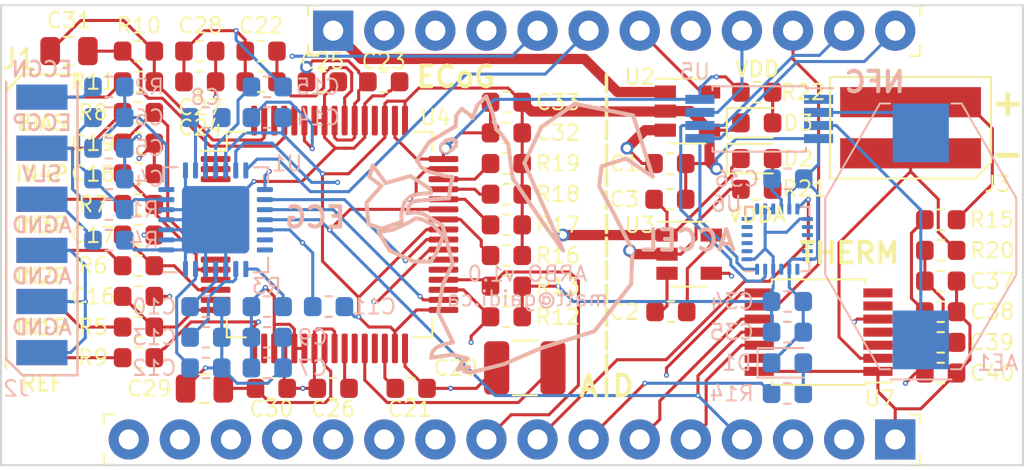
<source format=kicad_pcb>
(kicad_pcb (version 20171130) (host pcbnew "(5.1.2-1)-1")
  (title_block (date "sam. 04 avril 2015"))
  (layers (0 F.Cu signal) (1 In1.Cu signal) (2 In2.Cu power hide) (31 B.Cu signal) (34 B.Paste user hide) (35 F.Paste user hide) (36 B.SilkS user hide) (37 F.SilkS user hide) (38 B.Mask user hide) (39 F.Mask user hide) (44 Edge.Cuts user))
  (net 0 "")
  (net 1 VCC)
  (net 2 /A5)
  (net 3 /A4)
  (net 4 /A3)
  (net 5 /A2)
  (net 6 /A1)
  (net 7 /A0)
  (net 8 /MOSI)
  (net 9 /SCK)
  (net 10 /MISO)
  (net 11 /D0)
  (net 12 /D1)
  (net 13 /AREF)
  (net 14 /~RESET)
  (net 15 /SCI)
  (net 16 /SDA)
  (net 17 /D5)
  (net 18 /D6)
  (net 19 /D9)
  (net 20 /D12)
  (net 21 /D11)
  (net 22 /D10)
  (net 23 /D13)
  (net 24 /VUSB)
  (net 25 /EN)
  (net 26 "Net-(C2-Pad2)")
  (net 27 "Net-(C2-Pad1)")
  (net 28 "Net-(U1-Pad20)")
  (net 29 "Net-(U1-Pad21)")
  (net 30 "Net-(C4-Pad1)")
  (net 31 "Net-(C8-Pad2)")
  (net 32 "Net-(C8-Pad1)")
  (net 33 "Net-(C10-Pad1)")
  (net 34 "Net-(C12-Pad1)")
  (net 35 "Net-(C13-Pad1)")
  (net 36 "Net-(C15-Pad1)")
  (net 37 /ECGP)
  (net 38 /ECGN)
  (net 39 "Net-(R3-Pad2)")
  (net 40 /SLV)
  (net 41 GNDD)
  (net 42 VDDA)
  (net 43 GNDA)
  (net 44 VDD)
  (net 45 "Net-(C16-Pad2)")
  (net 46 "Net-(C16-Pad1)")
  (net 47 "Net-(C17-Pad1)")
  (net 48 "Net-(C18-Pad1)")
  (net 49 "Net-(C19-Pad1)")
  (net 50 "Net-(C20-Pad1)")
  (net 51 "Net-(C21-Pad1)")
  (net 52 "Net-(C22-Pad1)")
  (net 53 "Net-(C26-Pad1)")
  (net 54 "Net-(C29-Pad2)")
  (net 55 "Net-(C31-Pad2)")
  (net 56 "Net-(C31-Pad1)")
  (net 57 VDC)
  (net 58 /IN1P)
  (net 59 /IN2P)
  (net 60 /IN3P)
  (net 61 /IN4P)
  (net 62 /ELECT_REF)
  (net 63 /ELECT_BIAS)
  (net 64 "Net-(U4-Pad62)")
  (net 65 "Net-(U4-Pad60)")
  (net 66 "Net-(U4-Pad38)")
  (net 67 "Net-(U4-Pad37)")
  (net 68 "Net-(U4-Pad18)")
  (net 69 "Net-(U4-Pad15)")
  (net 70 "Net-(U4-Pad13)")
  (net 71 "Net-(U4-Pad11)")
  (net 72 "Net-(U4-Pad9)")
  (net 73 "Net-(AE1-Pad2)")
  (net 74 "Net-(AE1-Pad1)")
  (net 75 "Net-(U5-Pad1)")
  (net 76 "Net-(D1-Pad2)")
  (net 77 "Net-(C5-Pad1)")
  (net 78 "Net-(R16-Pad2)")
  (net 79 "Net-(R17-Pad2)")
  (net 80 "Net-(R18-Pad2)")
  (net 81 "Net-(R19-Pad2)")
  (net 82 "/(DGND)")
  (net 83 "Net-(C36-Pad1)")
  (net 84 "Net-(U6-Pad21)")
  (net 85 "Net-(U6-Pad7)")
  (net 86 "Net-(C37-Pad1)")
  (net 87 "Net-(C38-Pad1)")
  (net 88 "Net-(J3-Pad2)")
  (net 89 "Net-(J3-Pad1)")
  (net 90 "Net-(U7-Pad13)")
  (net 91 "Net-(U7-Pad7)")
  (net 92 "Net-(U7-Pad6)")
  (net 93 "Net-(D2-Pad2)")
  (net 94 "Net-(D3-Pad2)")
  (module ARBO:ARBO_IO6 (layer F.Cu) (at 113.792 113.792 270)
    (fp_text reference J1 (at -8.245 1.143 180) (layer F.SilkS))
    (fp_text value ECoG_CONN)
    (pad 6 smd rect (at 6.35 0 270) (size 1.25 2.54) (layers F.Cu F.Paste F.Mask) (net 62 /ELECT_REF))
    (pad 5 smd rect (at 3.81 0 270) (size 1.25 2.54) (layers F.Cu F.Paste F.Mask) (net 58 /IN1P))
    (pad 4 smd rect (at 1.27 0 270) (size 1.25 2.54) (layers F.Cu F.Paste F.Mask) (net 59 /IN2P))
    (pad 3 smd rect (at -1.27 0 270) (size 1.25 2.54) (layers F.Cu F.Paste F.Mask) (net 60 /IN3P))
    (pad 2 smd rect (at -3.81 0 270) (size 1.25 2.54) (layers F.Cu F.Paste F.Mask) (net 61 /IN4P))
    (pad 1 smd rect (at -6.35 0 270) (size 1.25 2.54) (layers F.Cu F.Paste F.Mask) (net 63 /ELECT_BIAS))
  )
  (module ARBO:ARBO_IO6 (layer B.Cu) (at 113.792 113.792 90)
    (fp_text reference J2 (at -8.138 -1.27) (layer B.SilkS) (effects (font (size 0.762 0.762) (thickness 0.1016)) (justify mirror)))
    (fp_text value ECG_CONN)
    (pad 6 smd rect (at 6.35 0 90) (size 1.25 2.54) (layers B.Cu B.Paste B.Mask) (net 38 /ECGN))
    (pad 5 smd rect (at 3.81 0 90) (size 1.25 2.54) (layers B.Cu B.Paste B.Mask) (net 37 /ECGP))
    (pad 4 smd rect (at 1.27 0 90) (size 1.25 2.54) (layers B.Cu B.Paste B.Mask) (net 40 /SLV))
    (pad 3 smd rect (at -1.27 0 90) (size 1.25 2.54) (layers B.Cu B.Paste B.Mask) (net 43 GNDA))
    (pad 2 smd rect (at -3.81 0 90) (size 1.25 2.54) (layers B.Cu B.Paste B.Mask) (net 43 GNDA))
    (pad 1 smd rect (at -6.35 0 90) (size 1.25 2.54) (layers B.Cu B.Paste B.Mask) (net 43 GNDA))
  )
  (module Resistor_SMD:R_0603_1608Metric (layer F.Cu) (at 149.3265 107.198)
    (fp_text reference R22 (at 2.3115 0) (layer F.SilkS) (effects (font (size 0.762 0.762) (thickness 0.1016))))
    (fp_text value 220)
    (pad 2 smd roundrect (at 0.7875 0) (size 0.875 0.95) (layers F.Cu F.Paste F.Mask) (net 94 "Net-(D3-Pad2)"))
    (pad 1 smd roundrect (at -0.7875 0) (size 0.875 0.95) (layers F.Cu F.Paste F.Mask) (net 44 VDD))
  )
  (module Resistor_SMD:R_0603_1608Metric (layer F.Cu) (at 149.3265 112.024)
    (fp_text reference R21 (at 2.3755 -0.03) (layer F.SilkS) (effects (font (size 0.762 0.762) (thickness 0.1016))))
    (fp_text value 220)
    (pad 2 smd roundrect (at 0.7875 0) (size 0.875 0.95) (layers F.Cu F.Paste F.Mask) (net 93 "Net-(D2-Pad2)"))
    (pad 1 smd roundrect (at -0.7875 0) (size 0.875 0.95) (layers F.Cu F.Paste F.Mask) (net 42 VDDA))
  )
  (module LED_SMD:LED_0603_1608Metric (layer F.Cu) (at 149.3265 108.722)
    (fp_text reference D3 (at 2.0575 0) (layer F.SilkS) (effects (font (size 0.762 0.762) (thickness 0.1016))))
    (fp_text value RED)
    (pad 2 smd roundrect (at 0.7875 0) (size 0.875 0.95) (layers F.Cu F.Paste F.Mask) (net 94 "Net-(D3-Pad2)"))
    (pad 1 smd roundrect (at -0.7875 0) (size 0.875 0.95) (layers F.Cu F.Paste F.Mask) (net 41 GNDD))
  )
  (module LED_SMD:LED_0603_1608Metric (layer F.Cu) (at 149.3265 110.5)
    (fp_text reference D2 (at 2.0575 0) (layer F.SilkS) (effects (font (size 0.762 0.762) (thickness 0.1016))))
    (fp_text value GREEN)
    (pad 2 smd roundrect (at 0.7875 0) (size 0.875 0.95) (layers F.Cu F.Paste F.Mask) (net 93 "Net-(D2-Pad2)"))
    (pad 1 smd roundrect (at -0.7875 0) (size 0.875 0.95) (layers F.Cu F.Paste F.Mask) (net 43 GNDA))
  )
  (module Capacitor_SMD:C_0805_2012Metric (layer F.Cu) (at 115.1405 105.156 180)
    (fp_text reference C31 (at 0 1.524) (layer F.SilkS) (effects (font (size 0.762 0.762) (thickness 0.1016))))
    (fp_text value 1.5nF)
    (pad 2 smd roundrect (at 0.9375 0 180) (size 0.975 1.4) (layers F.Cu F.Paste F.Mask) (net 55 "Net-(C31-Pad2)"))
    (pad 1 smd roundrect (at -0.9375 0 180) (size 0.975 1.4) (layers F.Cu F.Paste F.Mask) (net 56 "Net-(C31-Pad1)"))
  )
  (module ARBO:ARBO_THERM2 (layer F.Cu) (at 156.972 108.966 90)
    (fp_text reference J3 (at -2.794 4.318 180) (layer F.SilkS) (effects (font (size 0.762 0.762) (thickness 0.1016))))
    (fp_text value Conn_01x02_Female)
    (pad 2 smd rect (at 1.27 0 90) (size 1.5 7) (layers F.Cu F.Paste F.Mask) (net 88 "Net-(J3-Pad2)"))
    (pad 1 smd rect (at -1.27 0 90) (size 1.5 7) (layers F.Cu F.Paste F.Mask) (net 89 "Net-(J3-Pad1)"))
  )
  (module Package_SO:TSSOP-14_4.4x5mm_P0.65mm (layer F.Cu) (at 152.4 119.126 180)
    (fp_text reference U7 (at -3.048 -3.302) (layer F.SilkS) (effects (font (size 0.762 0.762) (thickness 0.1016))))
    (fp_text value MAX31856)
    (pad 1 smd rect (at -2.95 -1.95 180) (size 1.45 0.45) (layers F.Cu F.Paste F.Mask) (net 41 GNDD))
    (pad 2 smd rect (at -2.95 -1.3 180) (size 1.45 0.45) (layers F.Cu F.Paste F.Mask) (net 89 "Net-(J3-Pad1)"))
    (pad 3 smd rect (at -2.95 -0.65 180) (size 1.45 0.45) (layers F.Cu F.Paste F.Mask) (net 86 "Net-(C37-Pad1)"))
    (pad 4 smd rect (at -2.95 0 180) (size 1.45 0.45) (layers F.Cu F.Paste F.Mask) (net 87 "Net-(C38-Pad1)"))
    (pad 5 smd rect (at -2.95 0.65 180) (size 1.45 0.45) (layers F.Cu F.Paste F.Mask) (net 44 VDD))
    (pad 6 smd rect (at -2.95 1.3 180) (size 1.45 0.45) (layers F.Cu F.Paste F.Mask) (net 92 "Net-(U7-Pad6)"))
    (pad 7 smd rect (at -2.95 1.95 180) (size 1.45 0.45) (layers F.Cu F.Paste F.Mask) (net 91 "Net-(U7-Pad7)"))
    (pad 8 smd rect (at 2.95 1.95 180) (size 1.45 0.45) (layers F.Cu F.Paste F.Mask) (net 44 VDD))
    (pad 9 smd rect (at 2.95 1.3 180) (size 1.45 0.45) (layers F.Cu F.Paste F.Mask) (net 17 /D5))
    (pad 10 smd rect (at 2.95 0.65 180) (size 1.45 0.45) (layers F.Cu F.Paste F.Mask) (net 9 /SCK))
    (pad 11 smd rect (at 2.95 0 180) (size 1.45 0.45) (layers F.Cu F.Paste F.Mask) (net 10 /MISO))
    (pad 12 smd rect (at 2.95 -0.65 180) (size 1.45 0.45) (layers F.Cu F.Paste F.Mask) (net 8 /MOSI))
    (pad 13 smd rect (at 2.95 -1.3 180) (size 1.45 0.45) (layers F.Cu F.Paste F.Mask) (net 90 "Net-(U7-Pad13)"))
    (pad 14 smd rect (at 2.95 -1.95 180) (size 1.45 0.45) (layers F.Cu F.Paste F.Mask) (net 41 GNDD))
  )
  (module Resistor_SMD:R_0603_1608Metric (layer F.Cu) (at 158.4705 115.062)
    (fp_text reference R20 (at 2.5655 0) (layer F.SilkS) (effects (font (size 0.762 0.762) (thickness 0.1016))))
    (fp_text value 100)
    (pad 2 smd roundrect (at 0.7875 0) (size 0.875 0.95) (layers F.Cu F.Paste F.Mask) (net 89 "Net-(J3-Pad1)"))
    (pad 1 smd roundrect (at -0.7875 0) (size 0.875 0.95) (layers F.Cu F.Paste F.Mask) (net 86 "Net-(C37-Pad1)"))
  )
  (module Resistor_SMD:R_0603_1608Metric (layer F.Cu) (at 158.4705 113.538)
    (fp_text reference R15 (at 2.54 0) (layer F.SilkS) (effects (font (size 0.762 0.762) (thickness 0.1016))))
    (fp_text value 100)
    (pad 2 smd roundrect (at 0.7875 0) (size 0.875 0.95) (layers F.Cu F.Paste F.Mask) (net 88 "Net-(J3-Pad2)"))
    (pad 1 smd roundrect (at -0.7875 0) (size 0.875 0.95) (layers F.Cu F.Paste F.Mask) (net 87 "Net-(C38-Pad1)"))
  )
  (module Capacitor_SMD:C_0603_1608Metric (layer F.Cu) (at 158.4705 121.158)
    (fp_text reference C40 (at 2.5655 0) (layer F.SilkS) (effects (font (size 0.762 0.762) (thickness 0.1016))))
    (fp_text value 0.1uF)
    (pad 2 smd roundrect (at 0.7875 0) (size 0.875 0.95) (layers F.Cu F.Paste F.Mask) (net 41 GNDD))
    (pad 1 smd roundrect (at -0.7875 0) (size 0.875 0.95) (layers F.Cu F.Paste F.Mask) (net 44 VDD))
  )
  (module Capacitor_SMD:C_0603_1608Metric (layer F.Cu) (at 158.4705 119.634)
    (fp_text reference C39 (at 2.54 0) (layer F.SilkS) (effects (font (size 0.762 0.762) (thickness 0.1016))))
    (fp_text value 0.1uF)
    (pad 2 smd roundrect (at 0.7875 0) (size 0.875 0.95) (layers F.Cu F.Paste F.Mask) (net 86 "Net-(C37-Pad1)"))
    (pad 1 smd roundrect (at -0.7875 0) (size 0.875 0.95) (layers F.Cu F.Paste F.Mask) (net 87 "Net-(C38-Pad1)"))
  )
  (module Capacitor_SMD:C_0603_1608Metric (layer F.Cu) (at 158.4705 118.11)
    (fp_text reference C38 (at 2.5655 0) (layer F.SilkS) (effects (font (size 0.762 0.762) (thickness 0.1016))))
    (fp_text value 0.01uF)
    (pad 2 smd roundrect (at 0.7875 0) (size 0.875 0.95) (layers F.Cu F.Paste F.Mask) (net 41 GNDD))
    (pad 1 smd roundrect (at -0.7875 0) (size 0.875 0.95) (layers F.Cu F.Paste F.Mask) (net 87 "Net-(C38-Pad1)"))
  )
  (module Capacitor_SMD:C_0603_1608Metric (layer F.Cu) (at 158.4705 116.586)
    (fp_text reference C37 (at 2.5655 0) (layer F.SilkS) (effects (font (size 0.762 0.762) (thickness 0.1016))))
    (fp_text value 0.01uF)
    (pad 2 smd roundrect (at 0.7875 0) (size 0.875 0.95) (layers F.Cu F.Paste F.Mask) (net 41 GNDD))
    (pad 1 smd roundrect (at -0.7875 0) (size 0.875 0.95) (layers F.Cu F.Paste F.Mask) (net 86 "Net-(C37-Pad1)"))
  )
  (module Capacitor_SMD:C_0603_1608Metric (layer B.Cu) (at 150.876 111.506)
    (fp_text reference C36 (at -2.54 0) (layer B.SilkS) (effects (font (size 0.762 0.762) (thickness 0.1016)) (justify mirror)))
    (fp_text value 0.1uF)
    (pad 2 smd roundrect (at 0.7875 0) (size 0.875 0.95) (layers B.Cu B.Paste B.Mask) (net 41 GNDD))
    (pad 1 smd roundrect (at -0.7875 0) (size 0.875 0.95) (layers B.Cu B.Paste B.Mask) (net 83 "Net-(C36-Pad1)"))
  )
  (module Capacitor_SMD:C_0603_1608Metric (layer B.Cu) (at 150.8505 119.126)
    (fp_text reference C35 (at -2.7685 0) (layer B.SilkS) (effects (font (size 0.762 0.762) (thickness 0.1016)) (justify mirror)))
    (fp_text value 1000pF)
    (pad 2 smd roundrect (at 0.7875 0) (size 0.875 0.95) (layers B.Cu B.Paste B.Mask) (net 41 GNDD))
    (pad 1 smd roundrect (at -0.7875 0) (size 0.875 0.95) (layers B.Cu B.Paste B.Mask) (net 44 VDD))
  )
  (module Capacitor_SMD:C_0603_1608Metric (layer B.Cu) (at 150.8505 117.602)
    (fp_text reference C34 (at -2.7685 0) (layer B.SilkS) (effects (font (size 0.762 0.762) (thickness 0.1016)) (justify mirror)))
    (fp_text value 0.1uF)
    (pad 2 smd roundrect (at 0.7875 0) (size 0.875 0.95) (layers B.Cu B.Paste B.Mask) (net 41 GNDD))
    (pad 1 smd roundrect (at -0.7875 0) (size 0.875 0.95) (layers B.Cu B.Paste B.Mask) (net 44 VDD))
  )
  (module Capacitor_SMD:C_0603_1608Metric (layer B.Cu) (at 124.9935 106.934)
    (fp_text reference C15 (at 2.5145 0) (layer B.SilkS) (effects (font (size 0.762 0.762) (thickness 0.1016)) (justify mirror)))
    (fp_text value 1000pF)
    (pad 2 smd roundrect (at 0.7875 0) (size 0.875 0.95) (layers B.Cu B.Paste B.Mask) (net 43 GNDA))
    (pad 1 smd roundrect (at -0.7875 0) (size 0.875 0.95) (layers B.Cu B.Paste B.Mask) (net 36 "Net-(C15-Pad1)"))
  )
  (module Capacitor_SMD:C_0603_1608Metric (layer B.Cu) (at 124.9935 108.458)
    (fp_text reference C14 (at 2.5145 0) (layer B.SilkS) (effects (font (size 0.762 0.762) (thickness 0.1016)) (justify mirror)))
    (fp_text value 1uF)
    (pad 2 smd roundrect (at 0.7875 0) (size 0.875 0.95) (layers B.Cu B.Paste B.Mask) (net 41 GNDD))
    (pad 1 smd roundrect (at -0.7875 0) (size 0.875 0.95) (layers B.Cu B.Paste B.Mask) (net 42 VDDA))
  )
  (module Capacitor_SMD:C_0603_1608Metric (layer B.Cu) (at 121.9455 120.904)
    (fp_text reference C12 (at -2.5655 0) (layer B.SilkS) (effects (font (size 0.762 0.762) (thickness 0.1016)) (justify mirror)))
    (fp_text value 1uF)
    (pad 2 smd roundrect (at 0.7875 0) (size 0.875 0.95) (layers B.Cu B.Paste B.Mask) (net 43 GNDA))
    (pad 1 smd roundrect (at -0.7875 0) (size 0.875 0.95) (layers B.Cu B.Paste B.Mask) (net 34 "Net-(C12-Pad1)"))
  )
  (module Capacitor_SMD:C_0603_1608Metric (layer B.Cu) (at 124.9935 119.38)
    (fp_text reference C9 (at 2.2605 0) (layer B.SilkS) (effects (font (size 0.762 0.762) (thickness 0.1016)) (justify mirror)))
    (fp_text value 0.1uF)
    (pad 2 smd roundrect (at 0.7875 0) (size 0.875 0.95) (layers B.Cu B.Paste B.Mask) (net 43 GNDA))
    (pad 1 smd roundrect (at -0.7875 0) (size 0.875 0.95) (layers B.Cu B.Paste B.Mask) (net 42 VDDA))
  )
  (module Capacitor_SMD:C_0603_1608Metric (layer B.Cu) (at 121.9455 108.458)
    (fp_text reference C8 (at -0.0255 -1.016) (layer B.SilkS) (effects (font (size 0.762 0.762) (thickness 0.1016)) (justify mirror)))
    (fp_text value 1uF)
    (pad 2 smd roundrect (at 0.7875 0) (size 0.875 0.95) (layers B.Cu B.Paste B.Mask) (net 31 "Net-(C8-Pad2)"))
    (pad 1 smd roundrect (at -0.7875 0) (size 0.875 0.95) (layers B.Cu B.Paste B.Mask) (net 32 "Net-(C8-Pad1)"))
  )
  (module Capacitor_SMD:C_0603_1608Metric (layer B.Cu) (at 124.9935 120.904)
    (fp_text reference C7 (at 2.2605 0) (layer B.SilkS) (effects (font (size 0.762 0.762) (thickness 0.1016)) (justify mirror)))
    (fp_text value 1uF)
    (pad 2 smd roundrect (at 0.7875 0) (size 0.875 0.95) (layers B.Cu B.Paste B.Mask) (net 43 GNDA))
    (pad 1 smd roundrect (at -0.7875 0) (size 0.875 0.95) (layers B.Cu B.Paste B.Mask) (net 42 VDDA))
  )
  (module Capacitor_SMD:C_0603_1608Metric (layer B.Cu) (at 117.1195 108.458)
    (fp_text reference C6 (at 2.0065 0) (layer B.SilkS) (effects (font (size 0.762 0.762) (thickness 0.1016)) (justify mirror)))
    (fp_text value 1000pF)
    (pad 2 smd roundrect (at 0.7875 0) (size 0.875 0.95) (layers B.Cu B.Paste B.Mask) (net 77 "Net-(C5-Pad1)"))
    (pad 1 smd roundrect (at -0.7875 0) (size 0.875 0.95) (layers B.Cu B.Paste B.Mask) (net 30 "Net-(C4-Pad1)"))
  )
  (module Capacitor_SMD:C_0603_1608Metric (layer B.Cu) (at 117.1195 109.982)
    (fp_text reference C5 (at 2.0065 0) (layer B.SilkS) (effects (font (size 0.762 0.762) (thickness 0.1016)) (justify mirror)))
    (fp_text value 10pF)
    (pad 2 smd roundrect (at 0.7875 0) (size 0.875 0.95) (layers B.Cu B.Paste B.Mask) (net 43 GNDA))
    (pad 1 smd roundrect (at -0.7875 0) (size 0.875 0.95) (layers B.Cu B.Paste B.Mask) (net 77 "Net-(C5-Pad1)"))
  )
  (module Capacitor_SMD:C_0603_1608Metric (layer B.Cu) (at 117.1195 111.506)
    (fp_text reference C4 (at 2.0065 0) (layer B.SilkS) (effects (font (size 0.762 0.762) (thickness 0.1016)) (justify mirror)))
    (fp_text value 10pF)
    (pad 2 smd roundrect (at 0.7875 0) (size 0.875 0.95) (layers B.Cu B.Paste B.Mask) (net 43 GNDA))
    (pad 1 smd roundrect (at -0.7875 0) (size 0.875 0.95) (layers B.Cu B.Paste B.Mask) (net 30 "Net-(C4-Pad1)"))
  )
  (module Capacitor_SMD:C_0603_1608Metric (layer F.Cu) (at 145.0085 112.522)
    (fp_text reference C3 (at -2.2605 0) (layer F.SilkS) (effects (font (size 0.762 0.762) (thickness 0.1016))))
    (fp_text value 1uF)
    (pad 2 smd roundrect (at 0.7875 0) (size 0.875 0.95) (layers F.Cu F.Paste F.Mask) (net 41 GNDD))
    (pad 1 smd roundrect (at -0.7875 0) (size 0.875 0.95) (layers F.Cu F.Paste F.Mask) (net 43 GNDA))
  )
  (module Capacitor_SMD:C_0603_1608Metric (layer F.Cu) (at 145.057 118.11 180)
    (fp_text reference C2 (at 2.309 -0.01) (layer F.SilkS) (effects (font (size 0.762 0.762) (thickness 0.1016))))
    (fp_text value 1uF)
    (pad 2 smd roundrect (at 0.7875 0 180) (size 0.875 0.95) (layers F.Cu F.Paste F.Mask) (net 26 "Net-(C2-Pad2)"))
    (pad 1 smd roundrect (at -0.7875 0 180) (size 0.875 0.95) (layers F.Cu F.Paste F.Mask) (net 27 "Net-(C2-Pad1)"))
  )
  (module Capacitor_SMD:C_0603_1608Metric (layer F.Cu) (at 145.0085 110.744)
    (fp_text reference C1 (at -2.2605 0) (layer F.SilkS) (effects (font (size 0.762 0.762) (thickness 0.1016))))
    (fp_text value 1uF)
    (pad 2 smd roundrect (at 0.7875 0) (size 0.875 0.95) (layers F.Cu F.Paste F.Mask) (net 41 GNDD))
    (pad 1 smd roundrect (at -0.7875 0) (size 0.875 0.95) (layers F.Cu F.Paste F.Mask) (net 42 VDDA))
  )
  (module Sensor_Motion:InvenSense_QFN-24_3x3mm_P0.4mm (layer B.Cu) (at 150.344 114.5)
    (fp_text reference U6 (at -2.524 -1.754) (layer B.SilkS) (effects (font (size 0.762 0.762) (thickness 0.1016)) (justify mirror)))
    (fp_text value MPU-9250)
    (pad 24 smd roundrect (at -1 1.5 270) (size 0.55 0.2) (layers B.Cu B.Paste B.Mask) (net 16 /SDA))
    (pad 23 smd roundrect (at -0.6 1.5 270) (size 0.55 0.2) (layers B.Cu B.Paste B.Mask) (net 15 /SCI))
    (pad 22 smd roundrect (at -0.2 1.5 270) (size 0.55 0.2) (layers B.Cu B.Paste B.Mask) (net 44 VDD))
    (pad 21 smd roundrect (at 0.2 1.5 270) (size 0.55 0.2) (layers B.Cu B.Paste B.Mask) (net 84 "Net-(U6-Pad21)"))
    (pad 20 smd roundrect (at 0.6 1.5 270) (size 0.55 0.2) (layers B.Cu B.Paste B.Mask) (net 41 GNDD))
    (pad 19 smd roundrect (at 1 1.5 270) (size 0.55 0.2) (layers B.Cu B.Paste B.Mask))
    (pad 18 smd roundrect (at 1.5 1) (size 0.55 0.2) (layers B.Cu B.Paste B.Mask) (net 41 GNDD))
    (pad 17 smd roundrect (at 1.5 0.6) (size 0.55 0.2) (layers B.Cu B.Paste B.Mask))
    (pad 16 smd roundrect (at 1.5 0.2) (size 0.55 0.2) (layers B.Cu B.Paste B.Mask))
    (pad 15 smd roundrect (at 1.5 -0.2) (size 0.55 0.2) (layers B.Cu B.Paste B.Mask))
    (pad 14 smd roundrect (at 1.5 -0.6) (size 0.55 0.2) (layers B.Cu B.Paste B.Mask))
    (pad 13 smd roundrect (at 1.5 -1) (size 0.55 0.2) (layers B.Cu B.Paste B.Mask) (net 44 VDD))
    (pad 12 smd roundrect (at 1 -1.5 270) (size 0.55 0.2) (layers B.Cu B.Paste B.Mask) (net 3 /A4))
    (pad 11 smd roundrect (at 0.6 -1.5 270) (size 0.55 0.2) (layers B.Cu B.Paste B.Mask) (net 41 GNDD))
    (pad 10 smd roundrect (at 0.2 -1.5 270) (size 0.55 0.2) (layers B.Cu B.Paste B.Mask) (net 83 "Net-(C36-Pad1)"))
    (pad 9 smd roundrect (at -0.2 -1.5 270) (size 0.55 0.2) (layers B.Cu B.Paste B.Mask) (net 44 VDD))
    (pad 8 smd roundrect (at -0.6 -1.5 270) (size 0.55 0.2) (layers B.Cu B.Paste B.Mask) (net 44 VDD))
    (pad 7 smd roundrect (at -1 -1.5 270) (size 0.55 0.2) (layers B.Cu B.Paste B.Mask) (net 85 "Net-(U6-Pad7)"))
    (pad 6 smd roundrect (at -1.5 -1) (size 0.55 0.2) (layers B.Cu B.Paste B.Mask))
    (pad 5 smd roundrect (at -1.5 -0.6) (size 0.55 0.2) (layers B.Cu B.Paste B.Mask))
    (pad 4 smd roundrect (at -1.5 -0.2) (size 0.55 0.2) (layers B.Cu B.Paste B.Mask))
    (pad 3 smd roundrect (at -1.5 0.2) (size 0.55 0.2) (layers B.Cu B.Paste B.Mask))
    (pad 2 smd roundrect (at -1.5 0.6) (size 0.55 0.2) (layers B.Cu B.Paste B.Mask))
    (pad 1 smd roundrect (at -1.5 1) (size 0.55 0.2) (layers B.Cu B.Paste B.Mask) (net 44 VDD))
  )
  (module Capacitor_SMD:C_0603_1608Metric (layer F.Cu) (at 118.5925 109.728)
    (fp_text reference C19 (at -2.2605 0) (layer F.SilkS) (effects (font (size 0.762 0.762) (thickness 0.1016))))
    (fp_text value 4.7pF)
    (pad 2 smd roundrect (at 0.7875 0) (size 0.875 0.95) (layers F.Cu F.Paste F.Mask) (net 45 "Net-(C16-Pad2)"))
    (pad 1 smd roundrect (at -0.7875 0) (size 0.875 0.95) (layers F.Cu F.Paste F.Mask) (net 49 "Net-(C19-Pad1)"))
  )
  (module Resistor_SMD:R_0603_1608Metric (layer F.Cu) (at 136.8805 110.744 180)
    (fp_text reference R19 (at -2.5655 0) (layer F.SilkS) (effects (font (size 0.762 0.762) (thickness 0.1016))))
    (fp_text value 10k)
    (pad 2 smd roundrect (at 0.7875 0 180) (size 0.875 0.95) (layers F.Cu F.Paste F.Mask) (net 81 "Net-(R19-Pad2)"))
    (pad 1 smd roundrect (at -0.7875 0 180) (size 0.875 0.95) (layers F.Cu F.Paste F.Mask) (net 41 GNDD))
  )
  (module Resistor_SMD:R_0603_1608Metric (layer F.Cu) (at 136.8805 112.268 180)
    (fp_text reference R18 (at -2.5655 0) (layer F.SilkS) (effects (font (size 0.762 0.762) (thickness 0.1016))))
    (fp_text value 10k)
    (pad 2 smd roundrect (at 0.7875 0 180) (size 0.875 0.95) (layers F.Cu F.Paste F.Mask) (net 80 "Net-(R18-Pad2)"))
    (pad 1 smd roundrect (at -0.7875 0 180) (size 0.875 0.95) (layers F.Cu F.Paste F.Mask) (net 41 GNDD))
  )
  (module Resistor_SMD:R_0603_1608Metric (layer F.Cu) (at 136.8805 113.792 180)
    (fp_text reference R17 (at -2.5655 0) (layer F.SilkS) (effects (font (size 0.762 0.762) (thickness 0.1016))))
    (fp_text value 10k)
    (pad 2 smd roundrect (at 0.7875 0 180) (size 0.875 0.95) (layers F.Cu F.Paste F.Mask) (net 79 "Net-(R17-Pad2)"))
    (pad 1 smd roundrect (at -0.7875 0 180) (size 0.875 0.95) (layers F.Cu F.Paste F.Mask) (net 41 GNDD))
  )
  (module Resistor_SMD:R_0603_1608Metric (layer F.Cu) (at 136.8805 115.316 180)
    (fp_text reference R16 (at -2.5655 0) (layer F.SilkS) (effects (font (size 0.762 0.762) (thickness 0.1016))))
    (fp_text value 10k)
    (pad 2 smd roundrect (at 0.7875 0 180) (size 0.875 0.95) (layers F.Cu F.Paste F.Mask) (net 78 "Net-(R16-Pad2)"))
    (pad 1 smd roundrect (at -0.7875 0 180) (size 0.875 0.95) (layers F.Cu F.Paste F.Mask) (net 41 GNDD))
  )
  (module Resistor_SMD:R_0603_1608Metric (layer B.Cu) (at 150.8505 122.174)
    (fp_text reference R14 (at -2.7685 0) (layer B.SilkS) (effects (font (size 0.762 0.762) (thickness 0.1016)) (justify mirror)))
    (fp_text value 220)
    (pad 2 smd roundrect (at 0.7875 0) (size 0.875 0.95) (layers B.Cu B.Paste B.Mask) (net 76 "Net-(D1-Pad2)"))
    (pad 1 smd roundrect (at -0.7875 0) (size 0.875 0.95) (layers B.Cu B.Paste B.Mask) (net 2 /A5))
  )
  (module Resistor_SMD:R_0603_1608Metric (layer F.Cu) (at 136.8805 116.84 180)
    (fp_text reference R13 (at -2.5655 0) (layer F.SilkS) (effects (font (size 0.762 0.762) (thickness 0.1016))))
    (fp_text value 10k)
    (pad 2 smd roundrect (at 0.7875 0 180) (size 0.875 0.95) (layers F.Cu F.Paste F.Mask) (net 4 /A3))
    (pad 1 smd roundrect (at -0.7875 0 180) (size 0.875 0.95) (layers F.Cu F.Paste F.Mask) (net 44 VDD))
  )
  (module Resistor_SMD:R_0603_1608Metric (layer F.Cu) (at 136.8805 118.364 180)
    (fp_text reference R12 (at -2.5655 0) (layer F.SilkS) (effects (font (size 0.762 0.762) (thickness 0.1016))))
    (fp_text value 10k)
    (pad 2 smd roundrect (at 0.7875 0 180) (size 0.875 0.95) (layers F.Cu F.Paste F.Mask) (net 5 /A2))
    (pad 1 smd roundrect (at -0.7875 0 180) (size 0.875 0.95) (layers F.Cu F.Paste F.Mask) (net 44 VDD))
  )
  (module Resistor_SMD:R_0603_1608Metric (layer F.Cu) (at 118.5925 106.68 180)
    (fp_text reference R11 (at 2.2605 0) (layer F.SilkS) (effects (font (size 0.762 0.762) (thickness 0.1016))))
    (fp_text value 4.99k)
    (pad 2 smd roundrect (at 0.7875 0 180) (size 0.875 0.95) (layers F.Cu F.Paste F.Mask) (net 63 /ELECT_BIAS))
    (pad 1 smd roundrect (at -0.7875 0 180) (size 0.875 0.95) (layers F.Cu F.Paste F.Mask) (net 55 "Net-(C31-Pad2)"))
  )
  (module Resistor_SMD:R_0603_1608Metric (layer F.Cu) (at 118.5925 105.156)
    (fp_text reference R10 (at 0.0255 -1.27) (layer F.SilkS) (effects (font (size 0.762 0.762) (thickness 0.1016))))
    (fp_text value 1M)
    (pad 2 smd roundrect (at 0.7875 0) (size 0.875 0.95) (layers F.Cu F.Paste F.Mask) (net 55 "Net-(C31-Pad2)"))
    (pad 1 smd roundrect (at -0.7875 0) (size 0.875 0.95) (layers F.Cu F.Paste F.Mask) (net 56 "Net-(C31-Pad1)"))
  )
  (module Resistor_SMD:R_0603_1608Metric (layer F.Cu) (at 118.5925 120.396 180)
    (fp_text reference R9 (at 2.2605 0) (layer F.SilkS) (effects (font (size 0.762 0.762) (thickness 0.1016))))
    (fp_text value 4.99k)
    (pad 2 smd roundrect (at 0.7875 0 180) (size 0.875 0.95) (layers F.Cu F.Paste F.Mask) (net 62 /ELECT_REF))
    (pad 1 smd roundrect (at -0.7875 0 180) (size 0.875 0.95) (layers F.Cu F.Paste F.Mask) (net 45 "Net-(C16-Pad2)"))
  )
  (module Resistor_SMD:R_0603_1608Metric (layer F.Cu) (at 118.5925 108.204 180)
    (fp_text reference R8 (at 2.2605 0) (layer F.SilkS) (effects (font (size 0.762 0.762) (thickness 0.1016))))
    (fp_text value 4.99k)
    (pad 2 smd roundrect (at 0.7875 0 180) (size 0.875 0.95) (layers F.Cu F.Paste F.Mask) (net 61 /IN4P))
    (pad 1 smd roundrect (at -0.7875 0 180) (size 0.875 0.95) (layers F.Cu F.Paste F.Mask) (net 49 "Net-(C19-Pad1)"))
  )
  (module Resistor_SMD:R_0603_1608Metric (layer F.Cu) (at 118.5925 112.776 180)
    (fp_text reference R7 (at 2.2605 0) (layer F.SilkS) (effects (font (size 0.762 0.762) (thickness 0.1016))))
    (fp_text value 4.99k)
    (pad 2 smd roundrect (at 0.7875 0 180) (size 0.875 0.95) (layers F.Cu F.Paste F.Mask) (net 60 /IN3P))
    (pad 1 smd roundrect (at -0.7875 0 180) (size 0.875 0.95) (layers F.Cu F.Paste F.Mask) (net 48 "Net-(C18-Pad1)"))
  )
  (module Resistor_SMD:R_0603_1608Metric (layer F.Cu) (at 118.5925 115.824 180)
    (fp_text reference R6 (at 2.2605 0) (layer F.SilkS) (effects (font (size 0.762 0.762) (thickness 0.1016))))
    (fp_text value 4.99k)
    (pad 2 smd roundrect (at 0.7875 0 180) (size 0.875 0.95) (layers F.Cu F.Paste F.Mask) (net 59 /IN2P))
    (pad 1 smd roundrect (at -0.7875 0 180) (size 0.875 0.95) (layers F.Cu F.Paste F.Mask) (net 47 "Net-(C17-Pad1)"))
  )
  (module Resistor_SMD:R_0603_1608Metric (layer F.Cu) (at 118.5925 118.872 180)
    (fp_text reference R5 (at 2.2605 0) (layer F.SilkS) (effects (font (size 0.762 0.762) (thickness 0.1016))))
    (fp_text value 4.99k)
    (pad 2 smd roundrect (at 0.7875 0 180) (size 0.875 0.95) (layers F.Cu F.Paste F.Mask) (net 58 /IN1P))
    (pad 1 smd roundrect (at -0.7875 0 180) (size 0.875 0.95) (layers F.Cu F.Paste F.Mask) (net 46 "Net-(C16-Pad1)"))
  )
  (module Capacitor_SMD:C_0603_1608Metric (layer F.Cu) (at 136.8805 107.696)
    (fp_text reference C33 (at 2.5655 0) (layer F.SilkS) (effects (font (size 0.762 0.762) (thickness 0.1016))))
    (fp_text value 0.1uF)
    (pad 2 smd roundrect (at 0.7875 0) (size 0.875 0.95) (layers F.Cu F.Paste F.Mask) (net 41 GNDD))
    (pad 1 smd roundrect (at -0.7875 0) (size 0.875 0.95) (layers F.Cu F.Paste F.Mask) (net 44 VDD))
  )
  (module Capacitor_SMD:C_0603_1608Metric (layer F.Cu) (at 136.8805 109.22)
    (fp_text reference C32 (at 2.5655 0) (layer F.SilkS) (effects (font (size 0.762 0.762) (thickness 0.1016))))
    (fp_text value 1uF)
    (pad 2 smd roundrect (at 0.7875 0) (size 0.875 0.95) (layers F.Cu F.Paste F.Mask) (net 41 GNDD))
    (pad 1 smd roundrect (at -0.7875 0) (size 0.875 0.95) (layers F.Cu F.Paste F.Mask) (net 44 VDD))
  )
  (module Capacitor_SMD:C_0603_1608Metric (layer F.Cu) (at 125.1965 121.92 180)
    (fp_text reference C30 (at 0 -1.016) (layer F.SilkS) (effects (font (size 0.762 0.762) (thickness 0.1016))))
    (fp_text value 0.1uF)
    (pad 2 smd roundrect (at 0.7875 0 180) (size 0.875 0.95) (layers F.Cu F.Paste F.Mask) (net 54 "Net-(C29-Pad2)"))
    (pad 1 smd roundrect (at -0.7875 0 180) (size 0.875 0.95) (layers F.Cu F.Paste F.Mask) (net 43 GNDA))
  )
  (module Capacitor_SMD:C_0603_1608Metric (layer F.Cu) (at 121.6405 105.156)
    (fp_text reference C28 (at 0.0255 -1.27) (layer F.SilkS) (effects (font (size 0.762 0.762) (thickness 0.1016))))
    (fp_text value 0.1uF)
    (pad 2 smd roundrect (at 0.7875 0) (size 0.875 0.95) (layers F.Cu F.Paste F.Mask) (net 41 GNDD))
    (pad 1 smd roundrect (at -0.7875 0) (size 0.875 0.95) (layers F.Cu F.Paste F.Mask) (net 43 GNDA))
  )
  (module Capacitor_SMD:C_0603_1608Metric (layer F.Cu) (at 121.6405 106.68)
    (fp_text reference C27 (at 0.0255 1.27) (layer F.SilkS) (effects (font (size 0.762 0.762) (thickness 0.1016))))
    (fp_text value 1uF)
    (pad 2 smd roundrect (at 0.7875 0) (size 0.875 0.95) (layers F.Cu F.Paste F.Mask) (net 41 GNDD))
    (pad 1 smd roundrect (at -0.7875 0) (size 0.875 0.95) (layers F.Cu F.Paste F.Mask) (net 43 GNDA))
  )
  (module Capacitor_SMD:C_0603_1608Metric (layer F.Cu) (at 128.27 121.92 180)
    (fp_text reference C26 (at 0 -1.016) (layer F.SilkS) (effects (font (size 0.762 0.762) (thickness 0.1016))))
    (fp_text value 1uF)
    (pad 2 smd roundrect (at 0.7875 0 180) (size 0.875 0.95) (layers F.Cu F.Paste F.Mask) (net 43 GNDA))
    (pad 1 smd roundrect (at -0.7875 0 180) (size 0.875 0.95) (layers F.Cu F.Paste F.Mask) (net 53 "Net-(C26-Pad1)"))
  )
  (module Capacitor_SMD:C_0603_1608Metric (layer F.Cu) (at 127.7365 106.68)
    (fp_text reference C25 (at 0 -1.016) (layer F.SilkS) (effects (font (size 0.762 0.762) (thickness 0.1016))))
    (fp_text value 0.1uF)
    (pad 2 smd roundrect (at 0.7875 0) (size 0.875 0.95) (layers F.Cu F.Paste F.Mask) (net 43 GNDA))
    (pad 1 smd roundrect (at -0.7875 0) (size 0.875 0.95) (layers F.Cu F.Paste F.Mask) (net 42 VDDA))
  )
  (module Capacitor_SMD:C_0603_1608Metric (layer F.Cu) (at 124.6885 106.68 180)
    (fp_text reference C24 (at 3.0225 -2.286) (layer F.SilkS) (effects (font (size 0.762 0.762) (thickness 0.1016))))
    (fp_text value 1uF)
    (pad 2 smd roundrect (at 0.7875 0 180) (size 0.875 0.95) (layers F.Cu F.Paste F.Mask) (net 43 GNDA))
    (pad 1 smd roundrect (at -0.7875 0 180) (size 0.875 0.95) (layers F.Cu F.Paste F.Mask) (net 52 "Net-(C22-Pad1)"))
  )
  (module Capacitor_SMD:C_0603_1608Metric (layer F.Cu) (at 130.7845 106.68)
    (fp_text reference C23 (at 0 -1.016) (layer F.SilkS) (effects (font (size 0.762 0.762) (thickness 0.1016))))
    (fp_text value 1uF)
    (pad 2 smd roundrect (at 0.7875 0) (size 0.875 0.95) (layers F.Cu F.Paste F.Mask) (net 43 GNDA))
    (pad 1 smd roundrect (at -0.7875 0) (size 0.875 0.95) (layers F.Cu F.Paste F.Mask) (net 42 VDDA))
  )
  (module Capacitor_SMD:C_0603_1608Metric (layer F.Cu) (at 124.6885 105.156 180)
    (fp_text reference C22 (at 0 1.27) (layer F.SilkS) (effects (font (size 0.762 0.762) (thickness 0.1016))))
    (fp_text value 0.1uF)
    (pad 2 smd roundrect (at 0.7875 0 180) (size 0.875 0.95) (layers F.Cu F.Paste F.Mask) (net 43 GNDA))
    (pad 1 smd roundrect (at -0.7875 0 180) (size 0.875 0.95) (layers F.Cu F.Paste F.Mask) (net 52 "Net-(C22-Pad1)"))
  )
  (module Capacitor_SMD:C_0603_1608Metric (layer F.Cu) (at 132.146 121.92)
    (fp_text reference C21 (at -0.066 1.016) (layer F.SilkS) (effects (font (size 0.762 0.762) (thickness 0.1016))))
    (fp_text value 1uF)
    (pad 2 smd roundrect (at 0.7875 0) (size 0.875 0.95) (layers F.Cu F.Paste F.Mask) (net 43 GNDA))
    (pad 1 smd roundrect (at -0.7875 0) (size 0.875 0.95) (layers F.Cu F.Paste F.Mask) (net 51 "Net-(C21-Pad1)"))
  )
  (module LED_SMD:LED_0603_1608Metric (layer B.Cu) (at 150.8505 120.65)
    (fp_text reference D1 (at -2.5145 0) (layer B.SilkS) (effects (font (size 0.762 0.762) (thickness 0.1016)) (justify mirror)))
    (fp_text value BLUE)
    (pad 2 smd roundrect (at 0.7875 0) (size 0.875 0.95) (layers B.Cu B.Paste B.Mask) (net 76 "Net-(D1-Pad2)"))
    (pad 1 smd roundrect (at -0.7875 0) (size 0.875 0.95) (layers B.Cu B.Paste B.Mask) (net 41 GNDD))
  )
  (module Package_SO:TSSOP-8_4.4x3mm_P0.65mm (layer B.Cu) (at 149.45 108.529 180)
    (fp_text reference U5 (at 3.204 2.357) (layer B.SilkS) (effects (font (size 0.762 0.762) (thickness 0.1016)) (justify mirror)))
    (fp_text value M24LR04E)
    (pad 8 smd rect (at 2.95 0.975 180) (size 1.45 0.45) (layers B.Cu B.Paste B.Mask) (net 44 VDD))
    (pad 7 smd rect (at 2.95 0.325 180) (size 1.45 0.45) (layers B.Cu B.Paste B.Mask) (net 18 /D6))
    (pad 6 smd rect (at 2.95 -0.325 180) (size 1.45 0.45) (layers B.Cu B.Paste B.Mask) (net 15 /SCI))
    (pad 5 smd rect (at 2.95 -0.975 180) (size 1.45 0.45) (layers B.Cu B.Paste B.Mask) (net 16 /SDA))
    (pad 4 smd rect (at -2.95 -0.975 180) (size 1.45 0.45) (layers B.Cu B.Paste B.Mask) (net 41 GNDD))
    (pad 3 smd rect (at -2.95 -0.325 180) (size 1.45 0.45) (layers B.Cu B.Paste B.Mask) (net 74 "Net-(AE1-Pad1)"))
    (pad 2 smd rect (at -2.95 0.325 180) (size 1.45 0.45) (layers B.Cu B.Paste B.Mask) (net 73 "Net-(AE1-Pad2)"))
    (pad 1 smd rect (at -2.95 0.975 180) (size 1.45 0.45) (layers B.Cu B.Paste B.Mask) (net 75 "Net-(U5-Pad1)"))
  )
  (module ARBO:PA6512-AED (layer B.Cu) (at 157.48 114.365 90)
    (fp_text reference AE1 (at -6.285 3.81) (layer B.SilkS) (effects (font (size 0.762 0.762) (thickness 0.1016)) (justify mirror)))
    (fp_text value 4.7uH)
    (pad 2 smd rect (at 5.145 0 90) (size 2.92 2.79) (layers B.Cu B.Paste B.Mask) (net 73 "Net-(AE1-Pad2)"))
    (pad 1 smd rect (at -5.145 0 90) (size 2.92 2.79) (layers B.Cu B.Paste B.Mask) (net 74 "Net-(AE1-Pad1)"))
  )
  (module Package_QFP:TQFP-64_10x10mm_P0.5mm (layer F.Cu) (at 128.0905 114.272)
    (fp_text reference U4 (at 5.2595 -5.814) (layer F.SilkS) (effects (font (size 0.762 0.762) (thickness 0.1016))))
    (fp_text value ADS1299)
    (pad 64 smd roundrect (at -3.75 -5.6625) (size 0.3 1.475) (layers F.Cu F.Paste F.Mask))
    (pad 63 smd roundrect (at -3.25 -5.6625) (size 0.3 1.475) (layers F.Cu F.Paste F.Mask) (net 55 "Net-(C31-Pad2)"))
    (pad 62 smd roundrect (at -2.75 -5.6625) (size 0.3 1.475) (layers F.Cu F.Paste F.Mask) (net 64 "Net-(U4-Pad62)"))
    (pad 61 smd roundrect (at -2.25 -5.6625) (size 0.3 1.475) (layers F.Cu F.Paste F.Mask) (net 56 "Net-(C31-Pad1)"))
    (pad 60 smd roundrect (at -1.75 -5.6625) (size 0.3 1.475) (layers F.Cu F.Paste F.Mask) (net 65 "Net-(U4-Pad60)"))
    (pad 59 smd roundrect (at -1.25 -5.6625) (size 0.3 1.475) (layers F.Cu F.Paste F.Mask) (net 42 VDDA))
    (pad 58 smd roundrect (at -0.75 -5.6625) (size 0.3 1.475) (layers F.Cu F.Paste F.Mask) (net 43 GNDA))
    (pad 57 smd roundrect (at -0.25 -5.6625) (size 0.3 1.475) (layers F.Cu F.Paste F.Mask) (net 43 GNDA))
    (pad 56 smd roundrect (at 0.25 -5.6625) (size 0.3 1.475) (layers F.Cu F.Paste F.Mask) (net 42 VDDA))
    (pad 55 smd roundrect (at 0.75 -5.6625) (size 0.3 1.475) (layers F.Cu F.Paste F.Mask) (net 52 "Net-(C22-Pad1)"))
    (pad 54 smd roundrect (at 1.25 -5.6625) (size 0.3 1.475) (layers F.Cu F.Paste F.Mask) (net 42 VDDA))
    (pad 53 smd roundrect (at 1.75 -5.6625) (size 0.3 1.475) (layers F.Cu F.Paste F.Mask) (net 43 GNDA))
    (pad 52 smd roundrect (at 2.25 -5.6625) (size 0.3 1.475) (layers F.Cu F.Paste F.Mask) (net 1 VCC))
    (pad 51 smd roundrect (at 2.75 -5.6625) (size 0.3 1.475) (layers F.Cu F.Paste F.Mask) (net 41 GNDD))
    (pad 50 smd roundrect (at 3.25 -5.6625) (size 0.3 1.475) (layers F.Cu F.Paste F.Mask) (net 44 VDD))
    (pad 49 smd roundrect (at 3.75 -5.6625) (size 0.3 1.475) (layers F.Cu F.Paste F.Mask) (net 41 GNDD))
    (pad 48 smd roundrect (at 5.6625 -3.75) (size 1.475 0.3) (layers F.Cu F.Paste F.Mask) (net 44 VDD))
    (pad 47 smd roundrect (at 5.6625 -3.25) (size 1.475 0.3) (layers F.Cu F.Paste F.Mask) (net 6 /A1))
    (pad 46 smd roundrect (at 5.6625 -2.75) (size 1.475 0.3) (layers F.Cu F.Paste F.Mask) (net 81 "Net-(R19-Pad2)"))
    (pad 45 smd roundrect (at 5.6625 -2.25) (size 1.475 0.3) (layers F.Cu F.Paste F.Mask) (net 80 "Net-(R18-Pad2)"))
    (pad 44 smd roundrect (at 5.6625 -1.75) (size 1.475 0.3) (layers F.Cu F.Paste F.Mask) (net 79 "Net-(R17-Pad2)"))
    (pad 43 smd roundrect (at 5.6625 -1.25) (size 1.475 0.3) (layers F.Cu F.Paste F.Mask) (net 10 /MISO))
    (pad 42 smd roundrect (at 5.6625 -0.75) (size 1.475 0.3) (layers F.Cu F.Paste F.Mask) (net 78 "Net-(R16-Pad2)"))
    (pad 41 smd roundrect (at 5.6625 -0.25) (size 1.475 0.3) (layers F.Cu F.Paste F.Mask) (net 41 GNDD))
    (pad 40 smd roundrect (at 5.6625 0.25) (size 1.475 0.3) (layers F.Cu F.Paste F.Mask) (net 9 /SCK))
    (pad 39 smd roundrect (at 5.6625 0.75) (size 1.475 0.3) (layers F.Cu F.Paste F.Mask) (net 7 /A0))
    (pad 38 smd roundrect (at 5.6625 1.25) (size 1.475 0.3) (layers F.Cu F.Paste F.Mask) (net 66 "Net-(U4-Pad38)"))
    (pad 37 smd roundrect (at 5.6625 1.75) (size 1.475 0.3) (layers F.Cu F.Paste F.Mask) (net 67 "Net-(U4-Pad37)"))
    (pad 36 smd roundrect (at 5.6625 2.25) (size 1.475 0.3) (layers F.Cu F.Paste F.Mask) (net 4 /A3))
    (pad 35 smd roundrect (at 5.6625 2.75) (size 1.475 0.3) (layers F.Cu F.Paste F.Mask) (net 5 /A2))
    (pad 34 smd roundrect (at 5.6625 3.25) (size 1.475 0.3) (layers F.Cu F.Paste F.Mask) (net 8 /MOSI))
    (pad 33 smd roundrect (at 5.6625 3.75) (size 1.475 0.3) (layers F.Cu F.Paste F.Mask) (net 41 GNDD))
    (pad 32 smd roundrect (at 3.75 5.6625) (size 0.3 1.475) (layers F.Cu F.Paste F.Mask) (net 43 GNDA))
    (pad 31 smd roundrect (at 3.25 5.6625) (size 0.3 1.475) (layers F.Cu F.Paste F.Mask) (net 41 GNDD))
    (pad 30 smd roundrect (at 2.75 5.6625) (size 0.3 1.475) (layers F.Cu F.Paste F.Mask) (net 51 "Net-(C21-Pad1)"))
    (pad 29 smd roundrect (at 2.25 5.6625) (size 0.3 1.475) (layers F.Cu F.Paste F.Mask))
    (pad 28 smd roundrect (at 1.75 5.6625) (size 0.3 1.475) (layers F.Cu F.Paste F.Mask) (net 50 "Net-(C20-Pad1)"))
    (pad 27 smd roundrect (at 1.25 5.6625) (size 0.3 1.475) (layers F.Cu F.Paste F.Mask))
    (pad 26 smd roundrect (at 0.75 5.6625) (size 0.3 1.475) (layers F.Cu F.Paste F.Mask) (net 53 "Net-(C26-Pad1)"))
    (pad 25 smd roundrect (at 0.25 5.6625) (size 0.3 1.475) (layers F.Cu F.Paste F.Mask) (net 43 GNDA))
    (pad 24 smd roundrect (at -0.25 5.6625) (size 0.3 1.475) (layers F.Cu F.Paste F.Mask) (net 54 "Net-(C29-Pad2)"))
    (pad 23 smd roundrect (at -0.75 5.6625) (size 0.3 1.475) (layers F.Cu F.Paste F.Mask) (net 43 GNDA))
    (pad 22 smd roundrect (at -1.25 5.6625) (size 0.3 1.475) (layers F.Cu F.Paste F.Mask) (net 42 VDDA))
    (pad 21 smd roundrect (at -1.75 5.6625) (size 0.3 1.475) (layers F.Cu F.Paste F.Mask) (net 42 VDDA))
    (pad 20 smd roundrect (at -2.25 5.6625) (size 0.3 1.475) (layers F.Cu F.Paste F.Mask) (net 43 GNDA))
    (pad 19 smd roundrect (at -2.75 5.6625) (size 0.3 1.475) (layers F.Cu F.Paste F.Mask) (net 42 VDDA))
    (pad 18 smd roundrect (at -3.25 5.6625) (size 0.3 1.475) (layers F.Cu F.Paste F.Mask) (net 68 "Net-(U4-Pad18)"))
    (pad 17 smd roundrect (at -3.75 5.6625) (size 0.3 1.475) (layers F.Cu F.Paste F.Mask) (net 45 "Net-(C16-Pad2)"))
    (pad 16 smd roundrect (at -5.6625 3.75) (size 1.475 0.3) (layers F.Cu F.Paste F.Mask) (net 46 "Net-(C16-Pad1)"))
    (pad 15 smd roundrect (at -5.6625 3.25) (size 1.475 0.3) (layers F.Cu F.Paste F.Mask) (net 69 "Net-(U4-Pad15)"))
    (pad 14 smd roundrect (at -5.6625 2.75) (size 1.475 0.3) (layers F.Cu F.Paste F.Mask) (net 47 "Net-(C17-Pad1)"))
    (pad 13 smd roundrect (at -5.6625 2.25) (size 1.475 0.3) (layers F.Cu F.Paste F.Mask) (net 70 "Net-(U4-Pad13)"))
    (pad 12 smd roundrect (at -5.6625 1.75) (size 1.475 0.3) (layers F.Cu F.Paste F.Mask) (net 48 "Net-(C18-Pad1)"))
    (pad 11 smd roundrect (at -5.6625 1.25) (size 1.475 0.3) (layers F.Cu F.Paste F.Mask) (net 71 "Net-(U4-Pad11)"))
    (pad 10 smd roundrect (at -5.6625 0.75) (size 1.475 0.3) (layers F.Cu F.Paste F.Mask) (net 49 "Net-(C19-Pad1)"))
    (pad 9 smd roundrect (at -5.6625 0.25) (size 1.475 0.3) (layers F.Cu F.Paste F.Mask) (net 72 "Net-(U4-Pad9)"))
    (pad 8 smd roundrect (at -5.6625 -0.25) (size 1.475 0.3) (layers F.Cu F.Paste F.Mask))
    (pad 7 smd roundrect (at -5.6625 -0.75) (size 1.475 0.3) (layers F.Cu F.Paste F.Mask))
    (pad 6 smd roundrect (at -5.6625 -1.25) (size 1.475 0.3) (layers F.Cu F.Paste F.Mask))
    (pad 5 smd roundrect (at -5.6625 -1.75) (size 1.475 0.3) (layers F.Cu F.Paste F.Mask))
    (pad 4 smd roundrect (at -5.6625 -2.25) (size 1.475 0.3) (layers F.Cu F.Paste F.Mask))
    (pad 3 smd roundrect (at -5.6625 -2.75) (size 1.475 0.3) (layers F.Cu F.Paste F.Mask))
    (pad 2 smd roundrect (at -5.6625 -3.25) (size 1.475 0.3) (layers F.Cu F.Paste F.Mask))
    (pad 1 smd roundrect (at -5.6625 -3.75) (size 1.475 0.3) (layers F.Cu F.Paste F.Mask))
  )
  (module Capacitor_SMD:C_0805_2012Metric (layer F.Cu) (at 121.8715 121.93)
    (fp_text reference C29 (at -2.7455 0) (layer F.SilkS) (effects (font (size 0.762 0.762) (thickness 0.1016))))
    (fp_text value 10uF)
    (pad 2 smd roundrect (at 0.9375 0) (size 0.975 1.4) (layers F.Cu F.Paste F.Mask) (net 54 "Net-(C29-Pad2)"))
    (pad 1 smd roundrect (at -0.9375 0) (size 0.975 1.4) (layers F.Cu F.Paste F.Mask) (net 43 GNDA))
  )
  (module Capacitor_SMD:C_1210_3225Metric (layer F.Cu) (at 137.798 120.904 180)
    (fp_text reference C20 (at 3.432 0) (layer F.SilkS) (effects (font (size 0.762 0.762) (thickness 0.1016))))
    (fp_text value 100uF)
    (pad 2 smd roundrect (at 1.4 0 180) (size 1.25 2.65) (layers F.Cu F.Paste F.Mask) (roundrect_rratio 0.2) (net 43 GNDA))
    (pad 1 smd roundrect (at -1.4 0 180) (size 1.25 2.65) (layers F.Cu F.Paste F.Mask) (roundrect_rratio 0.2) (net 50 "Net-(C20-Pad1)"))
  )
  (module Capacitor_SMD:C_0603_1608Metric (layer F.Cu) (at 118.5925 111.252)
    (fp_text reference C18 (at -2.2605 0) (layer F.SilkS) (effects (font (size 0.762 0.762) (thickness 0.1016))))
    (fp_text value 4.7pF)
    (pad 2 smd roundrect (at 0.7875 0) (size 0.875 0.95) (layers F.Cu F.Paste F.Mask) (net 45 "Net-(C16-Pad2)"))
    (pad 1 smd roundrect (at -0.7875 0) (size 0.875 0.95) (layers F.Cu F.Paste F.Mask) (net 48 "Net-(C18-Pad1)"))
  )
  (module Capacitor_SMD:C_0603_1608Metric (layer F.Cu) (at 118.5925 114.3)
    (fp_text reference C17 (at -2.2605 0) (layer F.SilkS) (effects (font (size 0.762 0.762) (thickness 0.1016))))
    (fp_text value 4.7pF)
    (pad 2 smd roundrect (at 0.7875 0) (size 0.875 0.95) (layers F.Cu F.Paste F.Mask) (net 45 "Net-(C16-Pad2)"))
    (pad 1 smd roundrect (at -0.7875 0) (size 0.875 0.95) (layers F.Cu F.Paste F.Mask) (net 47 "Net-(C17-Pad1)"))
  )
  (module Capacitor_SMD:C_0603_1608Metric (layer F.Cu) (at 118.5925 117.348)
    (fp_text reference C16 (at -2.2605 0) (layer F.SilkS) (effects (font (size 0.762 0.762) (thickness 0.1016))))
    (fp_text value 4.7pF)
    (pad 2 smd roundrect (at 0.7875 0) (size 0.875 0.95) (layers F.Cu F.Paste F.Mask) (net 45 "Net-(C16-Pad2)"))
    (pad 1 smd roundrect (at -0.7875 0) (size 0.875 0.95) (layers F.Cu F.Paste F.Mask) (net 46 "Net-(C16-Pad1)"))
  )
  (module Package_DFN_QFN:QFN-28-1EP_5x5mm_P0.5mm_EP3.35x3.35mm (layer B.Cu) (at 122.428 113.538)
    (fp_text reference U1 (at 3.556 -2.794) (layer B.SilkS) (effects (font (size 0.762 0.762) (thickness 0.1016)) (justify mirror)))
    (fp_text value MAX30003)
    (pad 29 smd roundrect (at 0 0) (size 3.350001 3.350001) (layers B.Cu B.Mask) (roundrect_rratio 0.075) (net 43 GNDA))
    (pad 1 smd roundrect (at -2.45 1.5) (size 0.8 0.25) (layers B.Cu B.Paste B.Mask) (net 43 GNDA))
    (pad 2 smd roundrect (at -2.45 1) (size 0.8 0.25) (layers B.Cu B.Paste B.Mask) (net 43 GNDA))
    (pad 3 smd roundrect (at -2.45 0.5) (size 0.8 0.25) (layers B.Cu B.Paste B.Mask) (net 43 GNDA))
    (pad 4 smd roundrect (at -2.45 0) (size 0.8 0.25) (layers B.Cu B.Paste B.Mask) (net 43 GNDA))
    (pad 5 smd roundrect (at -2.45 -0.5) (size 0.8 0.25) (layers B.Cu B.Paste B.Mask) (net 43 GNDA))
    (pad 6 smd roundrect (at -2.45 -1) (size 0.8 0.25) (layers B.Cu B.Paste B.Mask) (net 30 "Net-(C4-Pad1)"))
    (pad 7 smd roundrect (at -2.45 -1.5) (size 0.8 0.25) (layers B.Cu B.Paste B.Mask) (net 77 "Net-(C5-Pad1)"))
    (pad 8 smd roundrect (at -1.5 -2.45) (size 0.25 0.8) (layers B.Cu B.Paste B.Mask) (net 43 GNDA))
    (pad 9 smd roundrect (at -1 -2.45) (size 0.25 0.8) (layers B.Cu B.Paste B.Mask) (net 32 "Net-(C8-Pad1)"))
    (pad 10 smd roundrect (at -0.5 -2.45) (size 0.25 0.8) (layers B.Cu B.Paste B.Mask) (net 31 "Net-(C8-Pad2)"))
    (pad 11 smd roundrect (at 0 -2.45) (size 0.25 0.8) (layers B.Cu B.Paste B.Mask) (net 36 "Net-(C15-Pad1)"))
    (pad 12 smd roundrect (at 0.5 -2.45) (size 0.25 0.8) (layers B.Cu B.Paste B.Mask) (net 41 GNDD))
    (pad 13 smd roundrect (at 1 -2.45) (size 0.25 0.8) (layers B.Cu B.Paste B.Mask) (net 42 VDDA))
    (pad 14 smd roundrect (at 1.5 -2.45) (size 0.25 0.8) (layers B.Cu B.Paste B.Mask) (net 21 /D11))
    (pad 15 smd roundrect (at 2.45 -1.5) (size 0.8 0.25) (layers B.Cu B.Paste B.Mask) (net 20 /D12))
    (pad 16 smd roundrect (at 2.45 -1) (size 0.8 0.25) (layers B.Cu B.Paste B.Mask) (net 9 /SCK))
    (pad 17 smd roundrect (at 2.45 -0.5) (size 0.8 0.25) (layers B.Cu B.Paste B.Mask) (net 8 /MOSI))
    (pad 18 smd roundrect (at 2.45 0) (size 0.8 0.25) (layers B.Cu B.Paste B.Mask) (net 10 /MISO))
    (pad 19 smd roundrect (at 2.45 0.5) (size 0.8 0.25) (layers B.Cu B.Paste B.Mask) (net 44 VDD))
    (pad 20 smd roundrect (at 2.45 1) (size 0.8 0.25) (layers B.Cu B.Paste B.Mask) (net 28 "Net-(U1-Pad20)"))
    (pad 21 smd roundrect (at 2.45 1.5) (size 0.8 0.25) (layers B.Cu B.Paste B.Mask) (net 29 "Net-(U1-Pad21)"))
    (pad 22 smd roundrect (at 1.5 2.45) (size 0.25 0.8) (layers B.Cu B.Paste B.Mask) (net 39 "Net-(R3-Pad2)"))
    (pad 23 smd roundrect (at 1 2.45) (size 0.25 0.8) (layers B.Cu B.Paste B.Mask) (net 35 "Net-(C13-Pad1)"))
    (pad 24 smd roundrect (at 0.5 2.45) (size 0.25 0.8) (layers B.Cu B.Paste B.Mask) (net 43 GNDA))
    (pad 25 smd roundrect (at 0 2.45) (size 0.25 0.8) (layers B.Cu B.Paste B.Mask) (net 33 "Net-(C10-Pad1)"))
    (pad 26 smd roundrect (at -0.5 2.45) (size 0.25 0.8) (layers B.Cu B.Paste B.Mask) (net 43 GNDA))
    (pad 27 smd roundrect (at -1 2.45) (size 0.25 0.8) (layers B.Cu B.Paste B.Mask) (net 34 "Net-(C12-Pad1)"))
    (pad 28 smd roundrect (at -1.5 2.45) (size 0.25 0.8) (layers B.Cu B.Paste B.Mask) (net 43 GNDA))
  )
  (module Resistor_SMD:R_0603_1608Metric (layer B.Cu) (at 124.9935 117.856)
    (fp_text reference R3 (at -0.0255 -1.016) (layer B.SilkS) (effects (font (size 0.762 0.762) (thickness 0.1016)) (justify mirror)))
    (fp_text value 0)
    (pad 2 smd roundrect (at 0.7875 0) (size 0.875 0.95) (layers B.Cu B.Paste B.Mask) (net 39 "Net-(R3-Pad2)"))
    (pad 1 smd roundrect (at -0.7875 0) (size 0.875 0.95) (layers B.Cu B.Paste B.Mask) (net 42 VDDA))
  )
  (module Package_TO_SOT_SMD:SOT-23-5 (layer F.Cu) (at 145.966 115.25)
    (fp_text reference U3 (at -2.456 -1.448) (layer F.SilkS) (effects (font (size 0.762 0.762) (thickness 0.1016))))
    (fp_text value MAX828)
    (pad 5 smd rect (at 1.1 -0.95) (size 1.06 0.65) (layers F.Cu F.Paste F.Mask) (net 27 "Net-(C2-Pad1)"))
    (pad 4 smd rect (at 1.1 0.95) (size 1.06 0.65) (layers F.Cu F.Paste F.Mask) (net 41 GNDD))
    (pad 3 smd rect (at -1.1 0.95) (size 1.06 0.65) (layers F.Cu F.Paste F.Mask) (net 26 "Net-(C2-Pad2)"))
    (pad 2 smd rect (at -1.1 0) (size 1.06 0.65) (layers F.Cu F.Paste F.Mask) (net 42 VDDA))
    (pad 1 smd rect (at -1.1 -0.95) (size 1.06 0.65) (layers F.Cu F.Paste F.Mask) (net 43 GNDA))
  )
  (module Resistor_SMD:R_0603_1608Metric (layer B.Cu) (at 117.1195 114.554 180)
    (fp_text reference R4 (at -1.7525 0) (layer B.SilkS) (effects (font (size 0.762 0.762) (thickness 0.1016)) (justify mirror)))
    (fp_text value 499K)
    (pad 2 smd roundrect (at 0.7875 0 180) (size 0.875 0.95) (layers B.Cu B.Paste B.Mask) (net 40 /SLV))
    (pad 1 smd roundrect (at -0.7875 0 180) (size 0.875 0.95) (layers B.Cu B.Paste B.Mask) (net 43 GNDA))
  )
  (module Package_TO_SOT_SMD:SOT-23-5 (layer F.Cu) (at 145.88 108.138)
    (fp_text reference U2 (at -2.37 -1.702) (layer F.SilkS) (effects (font (size 0.762 0.762) (thickness 0.1016))))
    (fp_text value MAX1726EUK18+)
    (pad 5 smd rect (at 1.1 -0.95) (size 1.06 0.65) (layers F.Cu F.Paste F.Mask) (net 22 /D10))
    (pad 4 smd rect (at 1.1 0.95) (size 1.06 0.65) (layers F.Cu F.Paste F.Mask) (net 41 GNDD))
    (pad 3 smd rect (at -1.1 0.95) (size 1.06 0.65) (layers F.Cu F.Paste F.Mask) (net 42 VDDA))
    (pad 2 smd rect (at -1.1 0) (size 1.06 0.65) (layers F.Cu F.Paste F.Mask) (net 41 GNDD))
    (pad 1 smd rect (at -1.1 -0.95) (size 1.06 0.65) (layers F.Cu F.Paste F.Mask) (net 57 VDC))
  )
  (module Capacitor_SMD:C_0603_1608Metric (layer B.Cu) (at 128.0415 117.856)
    (fp_text reference C11 (at 2.2605 0) (layer B.SilkS) (effects (font (size 0.762 0.762) (thickness 0.1016)) (justify mirror)))
    (fp_text value 10uF)
    (pad 2 smd roundrect (at 0.7875 0) (size 0.875 0.95) (layers B.Cu B.Paste B.Mask) (net 41 GNDD))
    (pad 1 smd roundrect (at -0.7875 0) (size 0.875 0.95) (layers B.Cu B.Paste B.Mask) (net 44 VDD))
  )
  (module Capacitor_SMD:C_0603_1608Metric (layer B.Cu) (at 121.9455 117.856)
    (fp_text reference C10 (at -2.5655 0) (layer B.SilkS) (effects (font (size 0.762 0.762) (thickness 0.1016)) (justify mirror)))
    (fp_text value 10uF)
    (pad 2 smd roundrect (at 0.7875 0) (size 0.875 0.95) (layers B.Cu B.Paste B.Mask) (net 43 GNDA))
    (pad 1 smd roundrect (at -0.7875 0) (size 0.875 0.95) (layers B.Cu B.Paste B.Mask) (net 33 "Net-(C10-Pad1)"))
  )
  (module Capacitor_SMD:C_0603_1608Metric (layer B.Cu) (at 121.9455 119.38)
    (fp_text reference C13 (at -2.5655 0) (layer B.SilkS) (effects (font (size 0.762 0.762) (thickness 0.1016)) (justify mirror)))
    (fp_text value 10uF)
    (pad 2 smd roundrect (at 0.7875 0) (size 0.875 0.95) (layers B.Cu B.Paste B.Mask) (net 43 GNDA))
    (pad 1 smd roundrect (at -0.7875 0) (size 0.875 0.95) (layers B.Cu B.Paste B.Mask) (net 35 "Net-(C13-Pad1)"))
  )
  (module Resistor_SMD:R_0603_1608Metric (layer B.Cu) (at 117.1195 113.03 180)
    (fp_text reference R1 (at -1.7525 0) (layer B.SilkS) (effects (font (size 0.762 0.762) (thickness 0.1016)) (justify mirror)))
    (fp_text value 49.9k)
    (pad 2 smd roundrect (at 0.7875 0 180) (size 0.875 0.95) (layers B.Cu B.Paste B.Mask) (net 37 /ECGP))
    (pad 1 smd roundrect (at -0.7875 0 180) (size 0.875 0.95) (layers B.Cu B.Paste B.Mask) (net 30 "Net-(C4-Pad1)"))
  )
  (module Resistor_SMD:R_0603_1608Metric (layer B.Cu) (at 117.1195 106.934 180)
    (fp_text reference R2 (at -2.0065 0) (layer B.SilkS) (effects (font (size 0.762 0.762) (thickness 0.1016)) (justify mirror)))
    (fp_text value 49.9k)
    (pad 2 smd roundrect (at 0.7875 0 180) (size 0.875 0.95) (layers B.Cu B.Paste B.Mask) (net 38 /ECGN))
    (pad 1 smd roundrect (at -0.7875 0 180) (size 0.875 0.95) (layers B.Cu B.Paste B.Mask) (net 77 "Net-(C5-Pad1)"))
  )
  (module Adafruit_FeatherWing:Conn_PinHeader_1x12 (layer F.Cu) (at 142.24 104.14)
    (fp_text reference JP3)
    (fp_text value PinHeader_01x12_2.54mm)
    (pad 11 thru_hole circle (at 11.43 0) (size 2 2) (drill 1) (layers *.Cu *.Mask) (net 15 /SCI))
    (pad 12 thru_hole circle (at 13.97 0) (size 2 2) (drill 1) (layers *.Cu *.Mask) (net 16 /SDA))
    (pad 10 thru_hole circle (at 8.89 0) (size 2 2) (drill 1) (layers *.Cu *.Mask) (net 17 /D5))
    (pad 9 thru_hole circle (at 6.35 0) (size 2 2) (drill 1) (layers *.Cu *.Mask) (net 18 /D6))
    (pad 8 thru_hole circle (at 3.81 0) (size 2 2) (drill 1) (layers *.Cu *.Mask) (net 19 /D9))
    (pad 5 thru_hole circle (at -3.81 0) (size 2 2) (drill 1) (layers *.Cu *.Mask) (net 20 /D12))
    (pad 6 thru_hole circle (at -1.27 0) (size 2 2) (drill 1) (layers *.Cu *.Mask) (net 21 /D11))
    (pad 7 thru_hole circle (at 1.27 0) (size 2 2) (drill 1) (layers *.Cu *.Mask) (net 22 /D10))
    (pad 4 thru_hole circle (at -6.35 0) (size 2 2) (drill 1) (layers *.Cu *.Mask) (net 23 /D13))
    (pad 3 thru_hole circle (at -8.89 0) (size 2 2) (drill 1) (layers *.Cu *.Mask) (net 24 /VUSB))
    (pad 2 thru_hole circle (at -11.43 0) (size 2 2) (drill 1) (layers *.Cu *.Mask) (net 25 /EN))
    (pad 1 thru_hole rect (at -13.97 0) (size 2 2) (drill 1) (layers *.Cu *.Mask) (net 57 VDC))
  )
  (module Adafruit_FeatherWing:Conn_PinHeader_1x16 (layer F.Cu) (at 137.16 124.46 180)
    (fp_text reference JP1)
    (fp_text value PinHeader_01x16_2.54mm)
    (pad 11 thru_hole circle (at 6.35 0 180) (size 2 2) (drill 1) (layers *.Cu *.Mask) (net 6 /A1))
    (pad 12 thru_hole circle (at 8.89 0 180) (size 2 2) (drill 1) (layers *.Cu *.Mask) (net 7 /A0))
    (pad 10 thru_hole circle (at 3.81 0 180) (size 2 2) (drill 1) (layers *.Cu *.Mask) (net 5 /A2))
    (pad 9 thru_hole circle (at 1.27 0 180) (size 2 2) (drill 1) (layers *.Cu *.Mask) (net 4 /A3))
    (pad 8 thru_hole circle (at -1.27 0 180) (size 2 2) (drill 1) (layers *.Cu *.Mask) (net 3 /A4))
    (pad 5 thru_hole circle (at -8.89 0 180) (size 2 2) (drill 1) (layers *.Cu *.Mask) (net 8 /MOSI))
    (pad 6 thru_hole circle (at -6.35 0 180) (size 2 2) (drill 1) (layers *.Cu *.Mask) (net 9 /SCK))
    (pad 7 thru_hole circle (at -3.81 0 180) (size 2 2) (drill 1) (layers *.Cu *.Mask) (net 2 /A5))
    (pad 4 thru_hole circle (at -11.43 0 180) (size 2 2) (drill 1) (layers *.Cu *.Mask) (net 10 /MISO))
    (pad 3 thru_hole circle (at -13.97 0 180) (size 2 2) (drill 1) (layers *.Cu *.Mask) (net 11 /D0))
    (pad 2 thru_hole circle (at -16.51 0 180) (size 2 2) (drill 1) (layers *.Cu *.Mask) (net 12 /D1))
    (pad 1 thru_hole rect (at -19.05 0 180) (size 2 2) (drill 1) (layers *.Cu *.Mask) (net 41 GNDD))
    (pad 13 thru_hole circle (at 11.43 0 180) (size 2 2) (drill 1) (layers *.Cu *.Mask) (net 82 "/(DGND)"))
    (pad 14 thru_hole circle (at 13.97 0 180) (size 2 2) (drill 1) (layers *.Cu *.Mask) (net 13 /AREF))
    (pad 15 thru_hole circle (at 16.51 0 180) (size 2 2) (drill 1) (layers *.Cu *.Mask) (net 44 VDD))
    (pad 16 thru_hole circle (at 19.05 0 180) (size 2 2) (drill 1) (layers *.Cu *.Mask) (net 14 /~RESET))
  )
  (gr_text VDD (at 149.352 106.055) (layer F.SilkS) (effects (font (size 0.762 0.762) (thickness 0.127))))
  (gr_text VDDA (at 149.352 113.294) (layer F.SilkS) (effects (font (size 0.762 0.762) (thickness 0.127))))
  (gr_text "A D" (at 141.859 121.803) (layer F.SilkS) (effects (font (size 1.016 1.016) (thickness 0.2032))))
  (gr_text —————————————— (at 141.732 114.31 90) (layer F.SilkS) (effects (font (size 1.016 1.016) (thickness 0.1778))))
  (gr_text ECoG (at 134.366 106.436) (layer F.SilkS) (effects (font (size 1.016 1.016) (thickness 0.2032))))
  (gr_text THERM (at 153.924 115.199) (layer F.SilkS) (effects (font (size 1.016 1.016) (thickness 0.2032))))
  (gr_text ECG (at 127.381 113.421) (layer B.SilkS) (effects (font (size 1.016 1.016) (thickness 0.2032)) (justify mirror)))
  (gr_text ACCEL (at 145.923 114.564) (layer B.SilkS) (effects (font (size 1.016 1.016) (thickness 0.2032)) (justify mirror)))
  (gr_text NFC (at 155.194 106.69) (layer B.SilkS) (effects (font (size 1.016 1.016) (thickness 0.2032)) (justify mirror)))
  (gr_text AGND (at 113.792 118.882) (layer B.SilkS) (effects (font (size 0.762 0.762) (thickness 0.127)) (justify mirror)))
  (gr_text AGND (at 113.792 116.342) (layer B.SilkS) (effects (font (size 0.762 0.762) (thickness 0.127)) (justify mirror)))
  (gr_text AGND (at 113.792 113.802) (layer B.SilkS) (effects (font (size 0.762 0.762) (thickness 0.127)) (justify mirror)))
  (gr_text - (at 161.798 110.246) (layer F.SilkS) (effects (font (size 1.27 1.27) (thickness 0.254))))
  (gr_text + (at 161.798 107.706) (layer F.SilkS) (effects (font (size 1.27 1.27) (thickness 0.254))))
  (gr_text SLV (at 113.792 111.262) (layer B.SilkS) (effects (font (size 0.762 0.762) (thickness 0.127)) (justify mirror)))
  (gr_text ECGP (at 113.792 108.722) (layer B.SilkS) (effects (font (size 0.762 0.762) (thickness 0.127)) (justify mirror)))
  (gr_text ECGN (at 113.792 106.055) (layer B.SilkS) (effects (font (size 0.762 0.762) (thickness 0.127)) (justify mirror)))
  (gr_text REF (at 113.792 121.676) (layer F.SilkS) (effects (font (size 0.762 0.762) (thickness 0.127))))
  (gr_text IN1P (at 113.792 118.882) (layer F.SilkS) (effects (font (size 0.762 0.762) (thickness 0.127))))
  (gr_text IN2P (at 113.792 116.342) (layer F.SilkS) (effects (font (size 0.762 0.762) (thickness 0.127))))
  (gr_text IN3P (at 113.792 113.802) (layer F.SilkS) (effects (font (size 0.762 0.762) (thickness 0.127))))
  (gr_text IN4P (at 113.792 111.262) (layer F.SilkS) (effects (font (size 0.762 0.762) (thickness 0.127))))
  (gr_text BIAS (at 113.792 108.722) (layer F.SilkS) (effects (font (size 0.762 0.762) (thickness 0.127))))
  (gr_line (start 111.76 125.74) (end 111.76 102.88) (layer Edge.Cuts) (width 0.1016))
  (gr_line (start 162.56 125.74) (end 111.76 125.74) (layer Edge.Cuts) (width 0.1016))
  (gr_line (start 162.56 102.88) (end 162.56 125.74) (layer Edge.Cuts) (width 0.1016))
  (gr_line (start 111.76 102.88) (end 162.56 102.88) (layer Edge.Cuts) (width 0.1016))
  (gr_text "ARBO v1.0\nmatt@gaidi.ca" (at 137.922 116.84) (layer B.SilkS) (effects (font (size 0.762 0.762) (thickness 0.1016)) (justify mirror)))
  (gr_line (start 133.490438 118.137203) (end 133.725653 116.743505) (layer B.SilkS) (width 0.2))
  (gr_line (start 133.894626 118.946541) (end 133.490438 118.137203) (layer B.SilkS) (width 0.2))
  (gr_line (start 134.224959 119.638184) (end 133.894626 118.946541) (layer B.SilkS) (width 0.2))
  (gr_line (start 133.743417 119.740215) (end 134.224959 119.638184) (layer B.SilkS) (width 0.2))
  (gr_line (start 133.423147 119.874536) (end 133.743417 119.740215) (layer B.SilkS) (width 0.2))
  (gr_line (start 133.205958 120.088224) (end 133.423147 119.874536) (layer B.SilkS) (width 0.2))
  (gr_line (start 133.143217 120.400181) (end 133.205958 120.088224) (layer B.SilkS) (width 0.2))
  (gr_line (start 134.189213 120.236284) (end 133.143217 120.400181) (layer B.SilkS) (width 0.2))
  (gr_line (start 134.947666 120.433258) (end 134.189213 120.236284) (layer B.SilkS) (width 0.2))
  (gr_line (start 134.654961 120.644496) (end 134.947666 120.433258) (layer B.SilkS) (width 0.2))
  (gr_line (start 134.447398 120.995131) (end 134.654961 120.644496) (layer B.SilkS) (width 0.2))
  (gr_line (start 134.719715 120.908413) (end 134.447398 120.995131) (layer B.SilkS) (width 0.2))
  (gr_line (start 131.660262 113.226311) (end 131.660262 113.226311) (layer B.SilkS) (width 0.2))
  (gr_line (start 131.668138 113.436981) (end 131.660262 113.226311) (layer B.SilkS) (width 0.2))
  (gr_line (start 131.676013 113.64765) (end 131.668138 113.436981) (layer B.SilkS) (width 0.2))
  (gr_line (start 130.674951 113.978246) (end 131.676013 113.64765) (layer B.SilkS) (width 0.2))
  (gr_line (start 130.033187 113.764995) (end 130.674951 113.978246) (layer B.SilkS) (width 0.2))
  (gr_line (start 129.921573 112.701104) (end 130.033187 113.764995) (layer B.SilkS) (width 0.2))
  (gr_line (start 130.673551 111.852301) (end 129.921573 112.701104) (layer B.SilkS) (width 0.2))
  (gr_line (start 130.369995 111.631481) (end 130.673551 111.852301) (layer B.SilkS) (width 0.2))
  (gr_line (start 130.066439 111.410661) (end 130.369995 111.631481) (layer B.SilkS) (width 0.2))
  (gr_line (start 130.149744 111.121937) (end 130.066439 111.410661) (layer B.SilkS) (width 0.2))
  (gr_line (start 130.233049 110.833213) (end 130.149744 111.121937) (layer B.SilkS) (width 0.2))
  (gr_line (start 130.558832 111.27459) (end 130.233049 110.833213) (layer B.SilkS) (width 0.2))
  (gr_line (start 130.884614 111.715968) (end 130.558832 111.27459) (layer B.SilkS) (width 0.2))
  (gr_line (start 132.115728 111.363934) (end 130.884614 111.715968) (layer B.SilkS) (width 0.2))
  (gr_line (start 133.080475 112.005873) (end 132.115728 111.363934) (layer B.SilkS) (width 0.2))
  (gr_line (start 133.119022 112.115605) (end 133.080475 112.005873) (layer B.SilkS) (width 0.2))
  (gr_line (start 133.124053 112.233037) (end 133.119022 112.115605) (layer B.SilkS) (width 0.2))
  (gr_line (start 133.036373 112.228487) (end 133.124053 112.233037) (layer B.SilkS) (width 0.2))
  (gr_line (start 132.948342 112.225512) (end 133.036373 112.228487) (layer B.SilkS) (width 0.2))
  (gr_line (start 132.504646 112.259027) (end 132.948342 112.225512) (layer B.SilkS) (width 0.2))
  (gr_line (start 134.381244 109.632639) (end 134.381244 109.632639) (layer B.SilkS) (width 0.2))
  (gr_line (start 134.370043 109.867109) (end 134.381244 109.632639) (layer B.SilkS) (width 0.2))
  (gr_line (start 134.146292 110.091167) (end 134.370043 109.867109) (layer B.SilkS) (width 0.2))
  (gr_line (start 133.84081 110.173072) (end 134.146292 110.091167) (layer B.SilkS) (width 0.2))
  (gr_line (start 133.63281 110.065003) (end 133.84081 110.173072) (layer B.SilkS) (width 0.2))
  (gr_line (start 133.643398 109.830795) (end 133.63281 110.065003) (layer B.SilkS) (width 0.2))
  (gr_line (start 133.867062 109.607087) (end 133.643398 109.830795) (layer B.SilkS) (width 0.2))
  (gr_line (start 134.173024 109.525007) (end 133.867062 109.607087) (layer B.SilkS) (width 0.2))
  (gr_line (start 134.381244 109.632639) (end 134.173024 109.525007) (layer B.SilkS) (width 0.2))
  (gr_line (start 138.813481 113.85215) (end 139.7 115.062) (layer B.SilkS) (width 0.2))
  (gr_line (start 137.201543 111.487229) (end 138.813481 113.85215) (layer B.SilkS) (width 0.2))
  (gr_line (start 137.093562 110.727682) (end 137.201543 111.487229) (layer B.SilkS) (width 0.2))
  (gr_line (start 136.975517 109.790848) (end 137.093562 110.727682) (layer B.SilkS) (width 0.2))
  (gr_line (start 136.630527 109.28498) (end 136.975517 109.790848) (layer B.SilkS) (width 0.2))
  (gr_line (start 136.378117 109.047227) (end 136.630527 109.28498) (layer B.SilkS) (width 0.2))
  (gr_line (start 136.196237 108.232289) (end 136.378117 109.047227) (layer B.SilkS) (width 0.2))
  (gr_line (start 135.877411 107.402563) (end 136.196237 108.232289) (layer B.SilkS) (width 0.2))
  (gr_line (start 135.424658 107.862754) (end 135.877411 107.402563) (layer B.SilkS) (width 0.2))
  (gr_line (start 135.196007 108.49078) (end 135.424658 107.862754) (layer B.SilkS) (width 0.2))
  (gr_line (start 135.048516 108.307106) (end 135.196007 108.49078) (layer B.SilkS) (width 0.2))
  (gr_line (start 134.664586 108.021664) (end 135.048516 108.307106) (layer B.SilkS) (width 0.2))
  (gr_line (start 134.3868 108.356153) (end 134.664586 108.021664) (layer B.SilkS) (width 0.2))
  (gr_line (start 135.024759 120.862297) (end 134.719715 120.908413) (layer B.SilkS) (width 0.2))
  (gr_line (start 134.834259 120.966954) (end 135.024759 120.862297) (layer B.SilkS) (width 0.2))
  (gr_line (start 134.770905 121.082374) (end 134.834259 120.966954) (layer B.SilkS) (width 0.2))
  (gr_line (start 135.101063 121.125776) (end 134.770905 121.082374) (layer B.SilkS) (width 0.2))
  (gr_line (start 135.49615 121.038271) (end 135.101063 121.125776) (layer B.SilkS) (width 0.2))
  (gr_line (start 136.758897 120.716338) (end 135.49615 121.038271) (layer B.SilkS) (width 0.2))
  (gr_line (start 138.551577 119.937365) (end 136.758897 120.716338) (layer B.SilkS) (width 0.2))
  (gr_line (start 141.25392 119.080074) (end 138.551577 119.937365) (layer B.SilkS) (width 0.2))
  (gr_line (start 143.081471 116.739917) (end 141.25392 119.080074) (layer B.SilkS) (width 0.2))
  (gr_line (start 143.150862 115.057275) (end 143.081471 116.739917) (layer B.SilkS) (width 0.2))
  (gr_line (start 142.240543 113.262714) (end 143.150862 115.057275) (layer B.SilkS) (width 0.2))
  (gr_line (start 141.495522 111.888047) (end 142.240543 113.262714) (layer B.SilkS) (width 0.2))
  (gr_line (start 132.142155 112.363245) (end 132.504646 112.259027) (layer B.SilkS) (width 0.2))
  (gr_line (start 131.816372 112.661376) (end 132.142155 112.363245) (layer B.SilkS) (width 0.2))
  (gr_line (start 131.660262 113.226311) (end 131.816372 112.661376) (layer B.SilkS) (width 0.2))
  (gr_line (start 133.381932 115.219248) (end 133.132716 115.616785) (layer B.SilkS) (width 0.2))
  (gr_line (start 132.254949 115.611359) (end 131.064 115.062) (layer B.SilkS) (width 0.2))
  (gr_line (start 133.132716 115.616785) (end 132.254949 115.611359) (layer B.SilkS) (width 0.2))
  (gr_line (start 141.609979 110.882479) (end 141.495522 111.888047) (layer B.SilkS) (width 0.2))
  (gr_line (start 142.824117 110.497367) (end 141.609979 110.882479) (layer B.SilkS) (width 0.2))
  (gr_line (start 144.15385 111.396048) (end 142.824117 110.497367) (layer B.SilkS) (width 0.2))
  (gr_line (start 144.15385 111.396048) (end 144.15385 111.396048) (layer B.SilkS) (width 0.2))
  (gr_line (start 143.180702 108.352697) (end 144.15385 111.396048) (layer B.SilkS) (width 0.2))
  (gr_line (start 140.282172 107.776824) (end 143.180702 108.352697) (layer B.SilkS) (width 0.2))
  (gr_line (start 138.624557 108.920695) (end 140.282172 107.776824) (layer B.SilkS) (width 0.2))
  (gr_line (start 137.774617 110.720069) (end 138.624557 108.920695) (layer B.SilkS) (width 0.2))
  (gr_line (start 139.7 115.062) (end 137.774617 110.720069) (layer B.SilkS) (width 0.2))
  (gr_line (start 133.744817 114.346643) (end 133.381932 115.219248) (layer B.SilkS) (width 0.2))
  (gr_line (start 134.359542 108.885517) (end 134.3868 108.356153) (layer B.SilkS) (width 0.2))
  (gr_line (start 133.041623 109.674204) (end 134.359542 108.885517) (layer B.SilkS) (width 0.2))
  (gr_line (start 132.43136 110.591173) (end 133.041623 109.674204) (layer B.SilkS) (width 0.2))
  (gr_line (start 132.633804 110.916912) (end 132.43136 110.591173) (layer B.SilkS) (width 0.2))
  (gr_line (start 132.949567 111.132919) (end 132.633804 110.916912) (layer B.SilkS) (width 0.2))
  (gr_line (start 133.782707 111.347833) (end 132.949567 111.132919) (layer B.SilkS) (width 0.2))
  (gr_line (start 134.20667 111.409349) (end 133.782707 111.347833) (layer B.SilkS) (width 0.2))
  (gr_line (start 134.096982 111.87724) (end 134.20667 111.409349) (layer B.SilkS) (width 0.2))
  (gr_line (start 134.025359 112.474377) (end 134.096982 111.87724) (layer B.SilkS) (width 0.2))
  (gr_line (start 133.295739 112.51708) (end 134.025359 112.474377) (layer B.SilkS) (width 0.2))
  (gr_line (start 132.253899 112.620161) (end 133.295739 112.51708) (layer B.SilkS) (width 0.2))
  (gr_line (start 132.049618 112.818099) (end 132.253899 112.620161) (layer B.SilkS) (width 0.2))
  (gr_line (start 131.941942 113.214936) (end 132.049618 112.818099) (layer B.SilkS) (width 0.2))
  (gr_line (start 132.324604 113.168952) (end 131.941942 113.214936) (layer B.SilkS) (width 0.2))
  (gr_line (start 132.737979 113.2425) (end 132.324604 113.168952) (layer B.SilkS) (width 0.2))
  (gr_line (start 133.709683 113.831236) (end 132.737979 113.2425) (layer B.SilkS) (width 0.2))
  (gr_line (start 134.214546 115.712253) (end 133.709683 113.831236) (layer B.SilkS) (width 0.2))
  (gr_line (start 133.725653 116.743505) (end 134.214546 115.712253) (layer B.SilkS) (width 0.2))
  (gr_line (start 133.744817 114.346643) (end 133.744817 114.346643) (layer B.SilkS) (width 0.2))
  (gr_line (start 133.197208 113.765432) (end 133.744817 114.346643) (layer B.SilkS) (width 0.2))
  (gr_line (start 132.654237 113.512104) (end 133.197208 113.765432) (layer B.SilkS) (width 0.2))
  (gr_line (start 132.516372 113.484365) (end 132.654237 113.512104) (layer B.SilkS) (width 0.2))
  (gr_line (start 132.352868 113.468789) (end 132.516372 113.484365) (layer B.SilkS) (width 0.2))
  (gr_line (start 132.185732 113.58049) (end 132.352868 113.468789) (layer B.SilkS) (width 0.2))
  (gr_line (start 132.016585 113.68344) (end 132.185732 113.58049) (layer B.SilkS) (width 0.2))
  (gr_line (start 131.261325 114.029218) (end 132.016585 113.68344) (layer B.SilkS) (width 0.2))
  (gr_line (start 130.536343 114.149581) (end 131.261325 114.029218) (layer B.SilkS) (width 0.2))
  (gr_line (start 130.800172 114.605747) (end 130.536343 114.149581) (layer B.SilkS) (width 0.2))
  (gr_line (start 131.064 115.062) (end 130.800172 114.605747) (layer B.SilkS) (width 0.2))
  (segment (start 149.555 121.666) (end 143.763988 121.666) (width 0.1524) (layer B.Cu) (net 2))
  (via (at 143.763988 121.666) (size 0.254) (drill 0.127) (layers F.Cu B.Cu) (net 2))
  (segment (start 143.763988 121.666012) (end 143.763988 121.666) (width 0.1524) (layer F.Cu) (net 2))
  (segment (start 140.97 124.46) (end 143.763988 121.666012) (width 0.1524) (layer F.Cu) (net 2))
  (segment (start 150.063 122.174) (end 149.555 121.666) (width 0.1524) (layer B.Cu) (net 2))
  (segment (start 151.812 112.532) (end 151.892 112.532) (width 0.1524) (layer B.Cu) (net 3))
  (segment (start 151.344 113) (end 151.812 112.532) (width 0.1524) (layer B.Cu) (net 3))
  (via (at 151.892 112.532) (size 0.254) (drill 0.127) (layers F.Cu B.Cu) (net 3))
  (segment (start 151.892 114.655664) (end 151.892 112.532) (width 0.1524) (layer F.Cu) (net 3))
  (segment (start 149.951664 116.596) (end 151.892 114.655664) (width 0.1524) (layer F.Cu) (net 3))
  (segment (start 148.721534 116.596) (end 149.951664 116.596) (width 0.1524) (layer F.Cu) (net 3))
  (segment (start 144.819947 120.497587) (end 148.721534 116.596) (width 0.1524) (layer F.Cu) (net 3))
  (segment (start 142.392413 120.497587) (end 144.819947 120.497587) (width 0.1524) (layer F.Cu) (net 3))
  (segment (start 138.43 124.46) (end 142.392413 120.497587) (width 0.1524) (layer F.Cu) (net 3))
  (segment (start 135.775 116.522) (end 136.093 116.84) (width 0.1524) (layer F.Cu) (net 4))
  (segment (start 133.753 116.522) (end 135.775 116.522) (width 0.1524) (layer F.Cu) (net 4))
  (segment (start 136.79661 116.13639) (end 140.01239 116.13639) (width 0.1524) (layer F.Cu) (net 4))
  (segment (start 136.093 116.84) (end 136.79661 116.13639) (width 0.1524) (layer F.Cu) (net 4))
  (segment (start 140.01239 116.13639) (end 140.462 116.586) (width 0.1524) (layer F.Cu) (net 4))
  (segment (start 137.118601 123.231399) (end 135.89 124.46) (width 0.1524) (layer F.Cu) (net 4))
  (segment (start 138.997459 123.231399) (end 137.118601 123.231399) (width 0.1524) (layer F.Cu) (net 4))
  (segment (start 140.462 121.766858) (end 138.997459 123.231399) (width 0.1524) (layer F.Cu) (net 4))
  (segment (start 140.462 116.586) (end 140.462 121.766858) (width 0.1524) (layer F.Cu) (net 4))
  (via (at 135.128 119.634) (size 0.254) (drill 0.127) (layers F.Cu B.Cu) (net 5))
  (segment (start 134.751 117.022) (end 136.093 118.364) (width 0.1524) (layer F.Cu) (net 5))
  (segment (start 133.753 117.022) (end 134.751 117.022) (width 0.1524) (layer F.Cu) (net 5))
  (segment (start 135.128 119.329) (end 135.128 119.634) (width 0.1524) (layer F.Cu) (net 5))
  (segment (start 136.093 118.364) (end 135.128 119.329) (width 0.1524) (layer F.Cu) (net 5))
  (via (at 132.08 112.522) (size 0.254) (drill 0.127) (layers F.Cu B.Cu) (net 6))
  (segment (start 132.9155 111.022) (end 133.753 111.022) (width 0.1524) (layer F.Cu) (net 6))
  (segment (start 132.397499 112.204501) (end 132.397499 111.540001) (width 0.1524) (layer F.Cu) (net 6))
  (segment (start 132.397499 111.540001) (end 132.9155 111.022) (width 0.1524) (layer F.Cu) (net 6))
  (segment (start 132.08 112.522) (end 132.397499 112.204501) (width 0.1524) (layer F.Cu) (net 6))
  (via (at 130.296841 117.607159) (size 0.254) (drill 0.127) (layers F.Cu B.Cu) (net 7))
  (segment (start 133.753 115.022) (end 133.061605 115.022) (width 0.1524) (layer F.Cu) (net 7))
  (segment (start 133.061605 115.022) (end 130.476446 117.607159) (width 0.1524) (layer F.Cu) (net 7))
  (segment (start 130.476446 117.607159) (end 130.296841 117.607159) (width 0.1524) (layer F.Cu) (net 7))
  (via (at 132.588 117.348) (size 0.254) (drill 0.127) (layers F.Cu B.Cu) (net 8))
  (segment (start 132.762 117.522) (end 132.588 117.348) (width 0.1524) (layer F.Cu) (net 8))
  (segment (start 133.753 117.522) (end 132.762 117.522) (width 0.1524) (layer F.Cu) (net 8))
  (segment (start 128.278 113.038) (end 124.878 113.038) (width 0.1524) (layer B.Cu) (net 8))
  (segment (start 132.588 117.348) (end 128.278 113.038) (width 0.1524) (layer B.Cu) (net 8))
  (segment (start 146.812 123.698) (end 146.05 124.46) (width 0.1524) (layer F.Cu) (net 8))
  (segment (start 148.5726 119.776) (end 146.812 121.5366) (width 0.1524) (layer F.Cu) (net 8))
  (segment (start 146.812 121.5366) (end 146.812 123.698) (width 0.1524) (layer F.Cu) (net 8))
  (segment (start 149.45 119.776) (end 148.5726 119.776) (width 0.1524) (layer F.Cu) (net 8))
  (segment (start 125.378 112.538) (end 124.878 112.538) (width 0.1524) (layer B.Cu) (net 9))
  (via (at 131.86726 115.57315) (size 0.254) (drill 0.127) (layers F.Cu B.Cu) (net 9))
  (segment (start 128.83211 112.538) (end 131.86726 115.57315) (width 0.1524) (layer B.Cu) (net 9))
  (segment (start 132.9155 114.522) (end 131.86726 115.57024) (width 0.1524) (layer F.Cu) (net 9))
  (segment (start 133.753 114.522) (end 132.9155 114.522) (width 0.1524) (layer F.Cu) (net 9))
  (segment (start 131.86726 115.57024) (end 131.86726 115.57315) (width 0.1524) (layer F.Cu) (net 9))
  (segment (start 124.878 112.538) (end 128.83211 112.538) (width 0.1524) (layer B.Cu) (net 9))
  (segment (start 144.509999 123.460001) (end 143.51 124.46) (width 0.1524) (layer F.Cu) (net 9))
  (segment (start 148.5726 118.476) (end 144.509999 122.538601) (width 0.1524) (layer F.Cu) (net 9))
  (segment (start 144.509999 122.538601) (end 144.509999 123.460001) (width 0.1524) (layer F.Cu) (net 9))
  (segment (start 149.45 118.476) (end 148.5726 118.476) (width 0.1524) (layer F.Cu) (net 9))
  (segment (start 124.878 113.538) (end 127.58661 113.538) (width 0.1524) (layer B.Cu) (net 10))
  (segment (start 127.58661 113.538) (end 128.09461 114.046) (width 0.1524) (layer B.Cu) (net 10))
  (via (at 128.09461 114.046) (size 0.254) (drill 0.127) (layers F.Cu B.Cu) (net 10))
  (segment (start 129.11861 113.022) (end 128.09461 114.046) (width 0.1524) (layer F.Cu) (net 10))
  (segment (start 133.753 113.022) (end 129.11861 113.022) (width 0.1524) (layer F.Cu) (net 10))
  (segment (start 136.324213 122.275603) (end 128.09461 114.046) (width 0.1524) (layer B.Cu) (net 10))
  (segment (start 146.405603 122.275603) (end 136.324213 122.275603) (width 0.1524) (layer B.Cu) (net 10))
  (segment (start 148.59 124.46) (end 146.405603 122.275603) (width 0.1524) (layer B.Cu) (net 10))
  (segment (start 146.405603 121.292997) (end 146.405603 122.275603) (width 0.1524) (layer F.Cu) (net 10))
  (segment (start 148.5726 119.126) (end 146.405603 121.292997) (width 0.1524) (layer F.Cu) (net 10))
  (via (at 146.405603 122.275603) (size 0.254) (drill 0.127) (layers F.Cu B.Cu) (net 10))
  (segment (start 149.45 119.126) (end 148.5726 119.126) (width 0.1524) (layer F.Cu) (net 10))
  (segment (start 152.441399 105.368601) (end 151.171399 105.368601) (width 0.1524) (layer B.Cu) (net 15))
  (segment (start 153.67 104.14) (end 152.441399 105.368601) (width 0.1524) (layer B.Cu) (net 15))
  (segment (start 147.686 108.854) (end 146.5 108.854) (width 0.1524) (layer B.Cu) (net 15))
  (segment (start 151.171399 105.368601) (end 147.686 108.854) (width 0.1524) (layer B.Cu) (net 15))
  (segment (start 145.546399 113.034399) (end 148.035579 115.523579) (width 0.1524) (layer B.Cu) (net 15))
  (segment (start 148.035579 115.791662) (end 148.829917 116.586) (width 0.1524) (layer B.Cu) (net 15))
  (segment (start 148.035579 115.523579) (end 148.035579 115.791662) (width 0.1524) (layer B.Cu) (net 15))
  (segment (start 145.6226 108.854) (end 145.546399 108.930201) (width 0.1524) (layer B.Cu) (net 15))
  (segment (start 145.546399 108.930201) (end 145.546399 113.034399) (width 0.1524) (layer B.Cu) (net 15))
  (segment (start 146.5 108.854) (end 145.6226 108.854) (width 0.1524) (layer B.Cu) (net 15))
  (segment (start 149.744 116.375) (end 149.744 116) (width 0.1524) (layer B.Cu) (net 15))
  (segment (start 149.533 116.586) (end 149.744 116.375) (width 0.1524) (layer B.Cu) (net 15))
  (segment (start 148.829917 116.586) (end 149.533 116.586) (width 0.1524) (layer B.Cu) (net 15))
  (segment (start 148.674984 116) (end 149.344 116) (width 0.1524) (layer B.Cu) (net 16))
  (segment (start 146.5 113.556934) (end 148.34039 115.397323) (width 0.1524) (layer B.Cu) (net 16))
  (segment (start 148.34039 115.665406) (end 148.674984 116) (width 0.1524) (layer B.Cu) (net 16))
  (segment (start 146.5 109.504) (end 146.5 113.556934) (width 0.1524) (layer B.Cu) (net 16))
  (segment (start 148.34039 115.397323) (end 148.34039 115.665406) (width 0.1524) (layer B.Cu) (net 16))
  (segment (start 151.338356 105.673412) (end 147.507768 109.504) (width 0.1524) (layer B.Cu) (net 16))
  (segment (start 154.676588 105.673412) (end 151.338356 105.673412) (width 0.1524) (layer B.Cu) (net 16))
  (segment (start 156.21 104.14) (end 154.676588 105.673412) (width 0.1524) (layer B.Cu) (net 16))
  (segment (start 147.507768 109.504) (end 146.5 109.504) (width 0.1524) (layer B.Cu) (net 16))
  (segment (start 150.3274 117.826) (end 152.4 115.7534) (width 0.1524) (layer F.Cu) (net 17))
  (segment (start 151.13 105.554213) (end 151.13 104.14) (width 0.1524) (layer F.Cu) (net 17))
  (segment (start 152.4 106.824213) (end 151.13 105.554213) (width 0.1524) (layer F.Cu) (net 17))
  (segment (start 152.4 115.7534) (end 152.4 106.824213) (width 0.1524) (layer F.Cu) (net 17))
  (segment (start 149.45 117.826) (end 150.3274 117.826) (width 0.1524) (layer F.Cu) (net 17))
  (segment (start 147.3774 108.204) (end 146.5 108.204) (width 0.1524) (layer B.Cu) (net 18))
  (segment (start 148.59 106.9914) (end 147.3774 108.204) (width 0.1524) (layer B.Cu) (net 18))
  (segment (start 148.59 104.14) (end 148.59 106.9914) (width 0.1524) (layer B.Cu) (net 18))
  (via (at 126.238 105.41) (size 0.254) (drill 0.127) (layers F.Cu B.Cu) (net 20))
  (segment (start 137.16 105.41) (end 138.43 104.14) (width 0.1524) (layer B.Cu) (net 20))
  (segment (start 126.238 105.41) (end 137.16 105.41) (width 0.1524) (layer B.Cu) (net 20))
  (via (at 125.095 111.135) (size 0.254) (drill 0.127) (layers F.Cu B.Cu) (net 20))
  (segment (start 124.878 112.038) (end 124.878 111.352) (width 0.1524) (layer B.Cu) (net 20))
  (segment (start 124.878 111.352) (end 124.968001 111.261999) (width 0.1524) (layer B.Cu) (net 20))
  (segment (start 124.968001 111.261999) (end 125.095 111.135) (width 0.1524) (layer B.Cu) (net 20))
  (segment (start 123.928 111.088) (end 124.490602 110.525398) (width 0.1524) (layer B.Cu) (net 21))
  (segment (start 127.135292 112.141) (end 129.0452 112.141) (width 0.1524) (layer B.Cu) (net 21))
  (segment (start 139.970001 105.139999) (end 140.97 104.14) (width 0.1524) (layer B.Cu) (net 21))
  (segment (start 138.811 106.299) (end 139.970001 105.139999) (width 0.1524) (layer B.Cu) (net 21))
  (segment (start 129.0452 112.141) (end 134.8872 106.299) (width 0.1524) (layer B.Cu) (net 21))
  (segment (start 125.51969 110.525398) (end 127.135292 112.141) (width 0.1524) (layer B.Cu) (net 21))
  (segment (start 124.490602 110.525398) (end 125.51969 110.525398) (width 0.1524) (layer B.Cu) (net 21))
  (segment (start 134.8872 106.299) (end 138.811 106.299) (width 0.1524) (layer B.Cu) (net 21))
  (segment (start 146.558 107.188) (end 146.98 107.188) (width 0.1524) (layer F.Cu) (net 22))
  (segment (start 143.51 104.14) (end 146.558 107.188) (width 0.1524) (layer F.Cu) (net 22))
  (segment (start 144.866 117.816) (end 144.572 118.11) (width 0.1524) (layer F.Cu) (net 26))
  (segment (start 144.866 116.2) (end 144.866 117.816) (width 0.1524) (layer F.Cu) (net 26))
  (segment (start 145.876168 115.967232) (end 147.066 114.7774) (width 0.1524) (layer F.Cu) (net 27))
  (segment (start 147.066 114.7774) (end 147.066 114.3) (width 0.1524) (layer F.Cu) (net 27))
  (segment (start 145.876168 117.775832) (end 145.876168 115.967232) (width 0.1524) (layer F.Cu) (net 27))
  (segment (start 145.542 118.11) (end 145.876168 117.775832) (width 0.1524) (layer F.Cu) (net 27))
  (segment (start 118.399 112.538) (end 119.978 112.538) (width 0.1524) (layer B.Cu) (net 30))
  (segment (start 117.907 113.03) (end 118.399 112.538) (width 0.1524) (layer B.Cu) (net 30))
  (segment (start 117.856 113.03) (end 117.907 113.03) (width 0.1524) (layer B.Cu) (net 30))
  (segment (start 116.332 111.506) (end 117.856 113.03) (width 0.1524) (layer B.Cu) (net 30))
  (segment (start 115.620811 110.794811) (end 116.332 111.506) (width 0.1524) (layer B.Cu) (net 30))
  (segment (start 116.332 108.458) (end 115.620811 109.169189) (width 0.1524) (layer B.Cu) (net 30))
  (segment (start 115.620811 109.169189) (end 115.620811 110.794811) (width 0.1524) (layer B.Cu) (net 30))
  (segment (start 121.928 109.263) (end 122.733 108.458) (width 0.1524) (layer B.Cu) (net 31))
  (segment (start 121.928 111.088) (end 121.928 109.263) (width 0.1524) (layer B.Cu) (net 31))
  (segment (start 121.428 108.728) (end 121.158 108.458) (width 0.1524) (layer B.Cu) (net 32))
  (segment (start 121.428 111.088) (end 121.428 108.728) (width 0.1524) (layer B.Cu) (net 32))
  (segment (start 122.428 116.586) (end 122.428 115.988) (width 0.1524) (layer B.Cu) (net 33))
  (segment (start 121.158 117.856) (end 122.428 116.586) (width 0.1524) (layer B.Cu) (net 33))
  (segment (start 121.158 120.818257) (end 121.158 120.904) (width 0.1524) (layer B.Cu) (net 34))
  (segment (start 120.49189 120.152147) (end 121.158 120.818257) (width 0.1524) (layer B.Cu) (net 34))
  (segment (start 121.428 115.988) (end 121.428 116.478336) (width 0.1524) (layer B.Cu) (net 34))
  (segment (start 120.49189 117.414446) (end 120.49189 120.152147) (width 0.1524) (layer B.Cu) (net 34))
  (segment (start 121.428 116.478336) (end 120.49189 117.414446) (width 0.1524) (layer B.Cu) (net 34))
  (segment (start 123.428 116.488) (end 123.428 115.988) (width 0.1524) (layer B.Cu) (net 35))
  (segment (start 123.29939 116.61661) (end 123.428 116.488) (width 0.1524) (layer B.Cu) (net 35))
  (segment (start 122.864726 116.61661) (end 123.29939 116.61661) (width 0.1524) (layer B.Cu) (net 35))
  (segment (start 122.06689 118.47111) (end 122.06689 117.414446) (width 0.1524) (layer B.Cu) (net 35))
  (segment (start 122.06689 117.414446) (end 122.864726 116.61661) (width 0.1524) (layer B.Cu) (net 35))
  (segment (start 121.158 119.38) (end 122.06689 118.47111) (width 0.1524) (layer B.Cu) (net 35))
  (segment (start 123.53989 107.60011) (end 124.206 106.934) (width 0.1524) (layer B.Cu) (net 36))
  (segment (start 123.53989 108.758774) (end 123.53989 107.60011) (width 0.1524) (layer B.Cu) (net 36))
  (segment (start 122.428 109.870664) (end 123.53989 108.758774) (width 0.1524) (layer B.Cu) (net 36))
  (segment (start 122.428 111.088) (end 122.428 109.870664) (width 0.1524) (layer B.Cu) (net 36))
  (segment (start 113.859 109.982) (end 113.792 109.982) (width 0.1524) (layer B.Cu) (net 37))
  (segment (start 115.2144 109.982) (end 115.316 110.0836) (width 0.1524) (layer B.Cu) (net 37))
  (segment (start 113.792 109.982) (end 115.2144 109.982) (width 0.1524) (layer B.Cu) (net 37))
  (segment (start 115.316 112.014) (end 116.332 113.03) (width 0.1524) (layer B.Cu) (net 37))
  (segment (start 115.316 110.0836) (end 115.316 112.014) (width 0.1524) (layer B.Cu) (net 37))
  (segment (start 114.046 107.188) (end 113.792 107.442) (width 0.1524) (layer B.Cu) (net 38))
  (segment (start 115.824 107.442) (end 116.332 106.934) (width 0.1524) (layer B.Cu) (net 38))
  (segment (start 113.792 107.442) (end 115.824 107.442) (width 0.1524) (layer B.Cu) (net 38))
  (segment (start 125.781 117.281) (end 124.488 115.988) (width 0.1524) (layer B.Cu) (net 39))
  (segment (start 125.781 117.856) (end 125.781 117.281) (width 0.1524) (layer B.Cu) (net 39))
  (segment (start 124.488 115.988) (end 123.928 115.988) (width 0.1524) (layer B.Cu) (net 39))
  (segment (start 116.332 114.417) (end 116.332 114.554) (width 0.1524) (layer B.Cu) (net 40))
  (segment (start 114.437 112.522) (end 116.332 114.417) (width 0.1524) (layer B.Cu) (net 40))
  (segment (start 113.792 112.522) (end 114.437 112.522) (width 0.1524) (layer B.Cu) (net 40))
  (segment (start 131.3405 119.9345) (end 131.3405 119.097) (width 0.1524) (layer F.Cu) (net 41))
  (segment (start 132.4155 118.022) (end 133.753 118.022) (width 0.1524) (layer F.Cu) (net 41))
  (segment (start 131.3405 119.097) (end 132.4155 118.022) (width 0.1524) (layer F.Cu) (net 41))
  (segment (start 137.668 107.696) (end 137.668 109.22) (width 0.1524) (layer F.Cu) (net 41))
  (segment (start 137.668 110.744) (end 137.668 109.22) (width 0.1524) (layer F.Cu) (net 41))
  (segment (start 137.668 110.744) (end 137.668 112.268) (width 0.1524) (layer F.Cu) (net 41))
  (segment (start 137.668 112.268) (end 137.668 113.792) (width 0.1524) (layer F.Cu) (net 41))
  (segment (start 137.668 113.792) (end 137.668 115.316) (width 0.1524) (layer F.Cu) (net 41))
  (segment (start 122.428 105.156) (end 122.428 106.68) (width 0.1524) (layer F.Cu) (net 41))
  (segment (start 136.96439 106.99239) (end 132.52961 106.99239) (width 0.1524) (layer F.Cu) (net 41))
  (segment (start 137.668 107.696) (end 136.96439 106.99239) (width 0.1524) (layer F.Cu) (net 41))
  (segment (start 131.8405 107.6815) (end 131.8405 108.6095) (width 0.1524) (layer F.Cu) (net 41))
  (segment (start 132.52961 106.99239) (end 131.8405 107.6815) (width 0.1524) (layer F.Cu) (net 41))
  (segment (start 131.80239 107.64339) (end 131.8405 107.6815) (width 0.1524) (layer F.Cu) (net 41))
  (segment (start 130.8405 108.6095) (end 130.8405 107.772) (width 0.1524) (layer F.Cu) (net 41))
  (segment (start 130.96911 107.64339) (end 131.80239 107.64339) (width 0.1524) (layer F.Cu) (net 41))
  (segment (start 130.8405 107.772) (end 130.96911 107.64339) (width 0.1524) (layer F.Cu) (net 41))
  (via (at 127.739 111.252) (size 0.254) (drill 0.127) (layers F.Cu B.Cu) (net 41))
  (segment (start 130.8405 109.447) (end 130.8405 108.6095) (width 0.1524) (layer F.Cu) (net 41))
  (segment (start 129.0355 111.252) (end 130.8405 109.447) (width 0.1524) (layer F.Cu) (net 41))
  (segment (start 127.739 111.252) (end 129.0355 111.252) (width 0.1524) (layer F.Cu) (net 41))
  (segment (start 125.707 109.22) (end 127.739 111.252) (width 0.1524) (layer B.Cu) (net 41))
  (segment (start 123.8851 109.22) (end 125.707 109.22) (width 0.1524) (layer B.Cu) (net 41))
  (segment (start 122.928 110.1771) (end 123.8851 109.22) (width 0.1524) (layer B.Cu) (net 41))
  (segment (start 122.928 111.088) (end 122.928 110.1771) (width 0.1524) (layer B.Cu) (net 41))
  (segment (start 125.781 109.146) (end 125.707 109.22) (width 0.1524) (layer B.Cu) (net 41))
  (segment (start 125.781 108.458) (end 125.781 109.146) (width 0.1524) (layer B.Cu) (net 41))
  (segment (start 122.428 106.68) (end 122.428 107.441998) (width 0.1524) (layer F.Cu) (net 41))
  (via (at 122.428 107.441998) (size 0.254) (drill 0.127) (layers F.Cu B.Cu) (net 41))
  (segment (start 133.753 114.022) (end 132.9155 114.022) (width 0.1524) (layer F.Cu) (net 41))
  (segment (start 129.539998 117.397502) (end 129.539998 118.364) (width 0.1524) (layer F.Cu) (net 41))
  (segment (start 130.047998 118.872) (end 129.539998 118.364) (width 0.1524) (layer F.Cu) (net 41))
  (segment (start 131.3405 119.097) (end 131.1155 118.872) (width 0.1524) (layer F.Cu) (net 41))
  (segment (start 132.9155 114.022) (end 129.539998 117.397502) (width 0.1524) (layer F.Cu) (net 41))
  (segment (start 131.1155 118.872) (end 130.047998 118.872) (width 0.1524) (layer F.Cu) (net 41))
  (via (at 129.539998 118.364) (size 0.254) (drill 0.127) (layers F.Cu B.Cu) (net 41))
  (segment (start 129.337 118.364) (end 128.829 117.856) (width 0.1524) (layer B.Cu) (net 41))
  (segment (start 129.539998 118.364) (end 129.337 118.364) (width 0.1524) (layer B.Cu) (net 41))
  (segment (start 127.739 111.252) (end 127.739 115.596504) (width 0.1524) (layer F.Cu) (net 41))
  (segment (start 127.739 115.596504) (end 129.539998 117.397502) (width 0.1524) (layer F.Cu) (net 41))
  (segment (start 147.941007 116.2) (end 148.078665 116.337658) (width 0.1524) (layer F.Cu) (net 41))
  (via (at 148.078665 116.337658) (size 0.254) (drill 0.127) (layers F.Cu B.Cu) (net 41))
  (segment (start 147.066 116.2) (end 147.941007 116.2) (width 0.1524) (layer F.Cu) (net 41))
  (segment (start 150.944 112.2255) (end 150.944 113) (width 0.1524) (layer B.Cu) (net 41))
  (segment (start 151.6635 111.506) (end 150.944 112.2255) (width 0.1524) (layer B.Cu) (net 41))
  (segment (start 152.4 110.7695) (end 152.4 109.504) (width 0.1524) (layer B.Cu) (net 41))
  (segment (start 151.6635 111.506) (end 152.4 110.7695) (width 0.1524) (layer B.Cu) (net 41))
  (segment (start 151.587 119.126) (end 151.638 119.126) (width 0.1524) (layer B.Cu) (net 41))
  (segment (start 150.063 120.65) (end 151.587 119.126) (width 0.1524) (layer B.Cu) (net 41))
  (segment (start 151.638 119.126) (end 151.638 117.602) (width 0.1524) (layer B.Cu) (net 41))
  (segment (start 150.944 116.908) (end 150.944 116) (width 0.1524) (layer B.Cu) (net 41))
  (segment (start 151.638 117.602) (end 150.944 116.908) (width 0.1524) (layer B.Cu) (net 41))
  (segment (start 151.469 115.5) (end 151.844 115.5) (width 0.1524) (layer B.Cu) (net 41))
  (segment (start 151.07261 115.49639) (end 151.46539 115.49639) (width 0.1524) (layer B.Cu) (net 41))
  (segment (start 151.46539 115.49639) (end 151.469 115.5) (width 0.1524) (layer B.Cu) (net 41))
  (segment (start 150.944 115.625) (end 151.07261 115.49639) (width 0.1524) (layer B.Cu) (net 41))
  (segment (start 150.944 116) (end 150.944 115.625) (width 0.1524) (layer B.Cu) (net 41))
  (segment (start 152.34761 112.19011) (end 151.6635 111.506) (width 0.1524) (layer B.Cu) (net 41))
  (segment (start 152.219 115.5) (end 152.34761 115.37139) (width 0.1524) (layer B.Cu) (net 41))
  (segment (start 152.34761 115.37139) (end 152.34761 112.19011) (width 0.1524) (layer B.Cu) (net 41))
  (segment (start 151.844 115.5) (end 152.219 115.5) (width 0.1524) (layer B.Cu) (net 41))
  (segment (start 145.7985 112.476) (end 145.8445 112.522) (width 0.1524) (layer F.Cu) (net 41))
  (segment (start 159.92411 118.77611) (end 159.258 118.11) (width 0.1524) (layer F.Cu) (net 41))
  (segment (start 159.92411 120.49189) (end 159.92411 118.77611) (width 0.1524) (layer F.Cu) (net 41))
  (segment (start 159.258 121.158) (end 159.92411 120.49189) (width 0.1524) (layer F.Cu) (net 41))
  (segment (start 159.258 116.586) (end 159.258 118.11) (width 0.1524) (layer F.Cu) (net 41))
  (segment (start 156.21 124.46) (end 156.21 122.936) (width 0.1524) (layer F.Cu) (net 41))
  (segment (start 155.35 122.076) (end 155.35 121.076) (width 0.1524) (layer F.Cu) (net 41))
  (segment (start 156.21 122.936) (end 155.35 122.076) (width 0.1524) (layer F.Cu) (net 41))
  (segment (start 157.48 122.936) (end 159.258 121.158) (width 0.1524) (layer F.Cu) (net 41))
  (segment (start 156.21 122.936) (end 157.48 122.936) (width 0.1524) (layer F.Cu) (net 41))
  (segment (start 149.45 121.076) (end 155.35 121.076) (width 0.1524) (layer F.Cu) (net 41))
  (segment (start 144.760388 108.157612) (end 144.78 108.138) (width 0.508) (layer F.Cu) (net 41))
  (segment (start 138.129612 108.157612) (end 144.760388 108.157612) (width 0.508) (layer F.Cu) (net 41))
  (segment (start 137.668 107.696) (end 138.129612 108.157612) (width 0.508) (layer F.Cu) (net 41))
  (via (at 147.32 111.008) (size 0.635) (drill 0.381) (layers F.Cu B.Cu) (net 41))
  (segment (start 148.316 109.504) (end 152.4 109.504) (width 0.1524) (layer B.Cu) (net 41))
  (segment (start 147.32 110.5) (end 148.316 109.504) (width 0.1524) (layer B.Cu) (net 41))
  (segment (start 147.32 111.008) (end 147.32 110.5) (width 0.1524) (layer B.Cu) (net 41))
  (segment (start 147.056 110.744) (end 147.32 111.008) (width 0.1524) (layer F.Cu) (net 41))
  (segment (start 145.796 110.744) (end 147.056 110.744) (width 0.1524) (layer F.Cu) (net 41))
  (segment (start 145.796 110.744) (end 145.796 112.522) (width 0.1524) (layer F.Cu) (net 41))
  (segment (start 146.98 110.668) (end 147.32 111.008) (width 0.508) (layer F.Cu) (net 41))
  (segment (start 146.98 109.088) (end 146.98 110.668) (width 0.508) (layer F.Cu) (net 41))
  (segment (start 148.173 109.088) (end 148.539 108.722) (width 0.1524) (layer F.Cu) (net 41))
  (segment (start 146.98 109.088) (end 148.173 109.088) (width 0.1524) (layer F.Cu) (net 41))
  (segment (start 146.03 108.138) (end 146.98 109.088) (width 0.508) (layer F.Cu) (net 41))
  (segment (start 144.78 108.138) (end 146.03 108.138) (width 0.508) (layer F.Cu) (net 41))
  (segment (start 126.3405 119.9345) (end 126.8405 119.9345) (width 0.1524) (layer F.Cu) (net 42))
  (segment (start 129.3405 109.447) (end 129.3405 108.6095) (width 0.1524) (layer F.Cu) (net 42))
  (segment (start 129.21189 109.57561) (end 129.3405 109.447) (width 0.1524) (layer F.Cu) (net 42))
  (segment (start 128.46911 109.57561) (end 129.21189 109.57561) (width 0.1524) (layer F.Cu) (net 42))
  (segment (start 128.3405 109.447) (end 128.46911 109.57561) (width 0.1524) (layer F.Cu) (net 42))
  (segment (start 128.3405 108.6095) (end 128.3405 109.447) (width 0.1524) (layer F.Cu) (net 42))
  (segment (start 129.535388 107.141612) (end 129.535388 107.577112) (width 0.1524) (layer F.Cu) (net 42))
  (segment (start 129.3405 107.772) (end 129.3405 108.6095) (width 0.1524) (layer F.Cu) (net 42))
  (segment (start 129.997 106.68) (end 129.535388 107.141612) (width 0.1524) (layer F.Cu) (net 42))
  (segment (start 129.535388 107.577112) (end 129.3405 107.772) (width 0.1524) (layer F.Cu) (net 42))
  (via (at 142.875 109.982) (size 0.635) (drill 0.381) (layers F.Cu B.Cu) (net 42))
  (segment (start 126.8405 109.609396) (end 127.233552 110.002448) (width 0.1524) (layer F.Cu) (net 42))
  (via (at 127.233552 110.002448) (size 0.254) (drill 0.127) (layers F.Cu B.Cu) (net 42))
  (segment (start 126.8405 108.6095) (end 126.8405 109.609396) (width 0.1524) (layer F.Cu) (net 42))
  (via (at 128.48906 111.68239) (size 0.254) (drill 0.127) (layers F.Cu B.Cu) (net 42))
  (segment (start 123.428 110.134) (end 123.428 111.088) (width 0.1524) (layer B.Cu) (net 42))
  (segment (start 125.245 109.728) (end 123.834 109.728) (width 0.1524) (layer B.Cu) (net 42))
  (segment (start 123.834 109.728) (end 123.428 110.134) (width 0.1524) (layer B.Cu) (net 42))
  (segment (start 127.19939 111.68239) (end 125.245 109.728) (width 0.1524) (layer B.Cu) (net 42))
  (segment (start 128.48906 111.68239) (end 127.19939 111.68239) (width 0.1524) (layer B.Cu) (net 42))
  (segment (start 127.233552 108.802888) (end 127.233552 110.002448) (width 0.1524) (layer B.Cu) (net 42))
  (segment (start 126.126664 107.696) (end 127.233552 108.802888) (width 0.1524) (layer B.Cu) (net 42))
  (segment (start 124.968 107.696) (end 126.126664 107.696) (width 0.1524) (layer B.Cu) (net 42))
  (segment (start 124.206 108.458) (end 124.968 107.696) (width 0.1524) (layer B.Cu) (net 42))
  (via (at 126.943052 105.95611) (size 0.635) (drill 0.381) (layers F.Cu B.Cu) (net 42))
  (segment (start 126.949 105.962058) (end 126.943052 105.95611) (width 0.1524) (layer F.Cu) (net 42))
  (segment (start 126.949 106.68) (end 126.949 105.962058) (width 0.1524) (layer F.Cu) (net 42))
  (segment (start 129.535388 106.218388) (end 129.535388 106.152658) (width 0.1524) (layer F.Cu) (net 42))
  (segment (start 127.260551 105.638611) (end 126.943052 105.95611) (width 0.1524) (layer F.Cu) (net 42))
  (segment (start 129.997 106.68) (end 129.535388 106.218388) (width 0.1524) (layer F.Cu) (net 42))
  (segment (start 129.535388 106.152658) (end 129.021341 105.638611) (width 0.1524) (layer F.Cu) (net 42))
  (segment (start 129.021341 105.638611) (end 127.260551 105.638611) (width 0.1524) (layer F.Cu) (net 42))
  (segment (start 126.3405 119.9345) (end 126.3405 118.9745) (width 0.1524) (layer F.Cu) (net 42))
  (segment (start 126.1025 118.7365) (end 125.3405 118.7365) (width 0.1524) (layer F.Cu) (net 42))
  (segment (start 126.3405 118.9745) (end 126.1025 118.7365) (width 0.1524) (layer F.Cu) (net 42))
  (segment (start 125.3405 119.9345) (end 125.3405 118.7365) (width 0.1524) (layer F.Cu) (net 42))
  (via (at 124.902545 116.905455) (size 0.254) (drill 0.127) (layers F.Cu B.Cu) (net 42))
  (segment (start 125.3405 117.34341) (end 124.902545 116.905455) (width 0.1524) (layer F.Cu) (net 42))
  (segment (start 125.3405 118.7365) (end 125.3405 117.34341) (width 0.1524) (layer F.Cu) (net 42))
  (segment (start 124.206 117.602) (end 124.902545 116.905455) (width 0.1524) (layer B.Cu) (net 42))
  (segment (start 124.206 117.856) (end 124.206 117.602) (width 0.1524) (layer B.Cu) (net 42))
  (segment (start 124.206 117.856) (end 124.206 119.38) (width 0.1524) (layer B.Cu) (net 42))
  (segment (start 124.206 119.38) (end 124.206 120.904) (width 0.1524) (layer B.Cu) (net 42))
  (segment (start 143.190004 115.25) (end 143.002 115.061996) (width 0.508) (layer F.Cu) (net 42))
  (via (at 143.002 115.061996) (size 0.635) (drill 0.381) (layers F.Cu B.Cu) (net 42))
  (segment (start 144.866 115.25) (end 143.190004 115.25) (width 0.508) (layer F.Cu) (net 42))
  (segment (start 143.769 109.088) (end 142.875 109.982) (width 0.508) (layer F.Cu) (net 42))
  (segment (start 144.78 109.088) (end 143.769 109.088) (width 0.508) (layer F.Cu) (net 42))
  (segment (start 143.637 110.744) (end 142.875 109.982) (width 0.1524) (layer F.Cu) (net 42))
  (segment (start 144.221 110.744) (end 143.637 110.744) (width 0.1524) (layer F.Cu) (net 42))
  (segment (start 146.307399 113.718101) (end 148.0015 112.024) (width 0.1524) (layer F.Cu) (net 42))
  (segment (start 146.307399 114.491001) (end 146.307399 113.718101) (width 0.1524) (layer F.Cu) (net 42))
  (segment (start 145.5484 115.25) (end 146.307399 114.491001) (width 0.1524) (layer F.Cu) (net 42))
  (segment (start 148.0015 112.024) (end 148.539 112.024) (width 0.1524) (layer F.Cu) (net 42))
  (segment (start 144.866 115.25) (end 145.5484 115.25) (width 0.1524) (layer F.Cu) (net 42))
  (segment (start 127.3405 108.6095) (end 127.8405 108.6095) (width 0.1524) (layer F.Cu) (net 43))
  (segment (start 127.3405 119.097) (end 127.3405 119.9345) (width 0.1524) (layer F.Cu) (net 43))
  (segment (start 128.3405 119.097) (end 128.3405 119.9345) (width 0.1524) (layer F.Cu) (net 43))
  (segment (start 127.46911 118.96839) (end 128.21189 118.96839) (width 0.1524) (layer F.Cu) (net 43))
  (segment (start 128.21189 118.96839) (end 128.3405 119.097) (width 0.1524) (layer F.Cu) (net 43))
  (segment (start 127.3405 119.097) (end 127.46911 118.96839) (width 0.1524) (layer F.Cu) (net 43))
  (segment (start 127.8405 109.447) (end 128.3755 109.982) (width 0.1524) (layer F.Cu) (net 43))
  (segment (start 129.3055 109.982) (end 128.957605 109.982) (width 0.1524) (layer F.Cu) (net 43))
  (segment (start 129.8405 109.447) (end 129.3055 109.982) (width 0.1524) (layer F.Cu) (net 43))
  (segment (start 129.8405 108.6095) (end 129.8405 109.447) (width 0.1524) (layer F.Cu) (net 43))
  (via (at 139.7 114.3) (size 0.635) (drill 0.381) (layers F.Cu B.Cu) (net 43))
  (segment (start 144.866 114.3) (end 139.7 114.3) (width 0.508) (layer F.Cu) (net 43))
  (segment (start 135.382 121.92) (end 136.398 120.904) (width 0.1524) (layer F.Cu) (net 43))
  (segment (start 134.112 121.92) (end 135.382 121.92) (width 0.1524) (layer F.Cu) (net 43))
  (via (at 134.112 121.92) (size 0.254) (drill 0.127) (layers F.Cu B.Cu) (net 43))
  (segment (start 131.8405 120.827) (end 132.9335 121.92) (width 0.1524) (layer F.Cu) (net 43))
  (segment (start 131.8405 119.9345) (end 131.8405 120.827) (width 0.1524) (layer F.Cu) (net 43))
  (segment (start 134.112 121.92) (end 132.9335 121.92) (width 0.1524) (layer F.Cu) (net 43))
  (segment (start 127.8405 108.6095) (end 127.8405 107.3635) (width 0.1524) (layer F.Cu) (net 43))
  (segment (start 127.8405 107.3635) (end 128.524 106.68) (width 0.1524) (layer F.Cu) (net 43))
  (segment (start 123.901 106.68) (end 123.901 105.156) (width 0.1524) (layer F.Cu) (net 43))
  (segment (start 120.853 105.156) (end 120.853 106.68) (width 0.1524) (layer F.Cu) (net 43))
  (segment (start 130.22889 107.38361) (end 130.797823 107.38361) (width 0.1524) (layer F.Cu) (net 43))
  (segment (start 129.8405 108.6095) (end 129.8405 107.772) (width 0.1524) (layer F.Cu) (net 43))
  (segment (start 129.8405 107.772) (end 130.22889 107.38361) (width 0.1524) (layer F.Cu) (net 43))
  (segment (start 130.797823 107.38361) (end 131.039821 107.141612) (width 0.1524) (layer F.Cu) (net 43))
  (segment (start 131.039821 107.141612) (end 131.110388 107.141612) (width 0.1524) (layer F.Cu) (net 43))
  (segment (start 131.110388 107.141612) (end 131.572 106.68) (width 0.1524) (layer F.Cu) (net 43))
  (segment (start 127.8405 109.447) (end 127.8405 108.6095) (width 0.1524) (layer F.Cu) (net 43))
  (via (at 124.333 111.633) (size 0.254) (drill 0.127) (layers F.Cu B.Cu) (net 43))
  (segment (start 127.3405 121.778) (end 127.4825 121.92) (width 0.1524) (layer F.Cu) (net 43))
  (segment (start 127.3405 119.9345) (end 127.3405 121.778) (width 0.1524) (layer F.Cu) (net 43))
  (segment (start 123.901 105.156) (end 123.901 104.597) (width 0.1524) (layer F.Cu) (net 43))
  (via (at 123.444 104.14) (size 0.254) (drill 0.127) (layers F.Cu B.Cu) (net 43))
  (segment (start 123.444 104.14) (end 121.869 104.14) (width 0.1524) (layer F.Cu) (net 43))
  (segment (start 123.901 104.597) (end 123.444 104.14) (width 0.1524) (layer F.Cu) (net 43))
  (segment (start 121.869 104.14) (end 120.853 105.156) (width 0.1524) (layer F.Cu) (net 43))
  (segment (start 126.7245 111.633) (end 128.3755 109.982) (width 0.1524) (layer F.Cu) (net 43))
  (segment (start 124.333 111.633) (end 126.7245 111.633) (width 0.1524) (layer F.Cu) (net 43))
  (segment (start 128.3755 109.982) (end 128.957605 109.982) (width 0.1524) (layer F.Cu) (net 43))
  (segment (start 128.957605 109.982) (end 128.778 109.982) (width 0.1524) (layer F.Cu) (net 43))
  (segment (start 123.444 104.597) (end 123.444 104.14) (width 0.1524) (layer B.Cu) (net 43))
  (segment (start 125.781 106.934) (end 123.444 104.597) (width 0.1524) (layer B.Cu) (net 43))
  (segment (start 117.907 111.506) (end 117.907 109.982) (width 0.1524) (layer B.Cu) (net 43))
  (segment (start 118.478745 109.410255) (end 117.907 109.982) (width 0.1524) (layer B.Cu) (net 43))
  (segment (start 118.628211 109.410255) (end 118.478745 109.410255) (width 0.1524) (layer B.Cu) (net 43))
  (via (at 118.628211 109.410255) (size 0.254) (drill 0.127) (layers F.Cu B.Cu) (net 43))
  (segment (start 118.391 115.038) (end 117.907 114.554) (width 0.1524) (layer B.Cu) (net 43))
  (segment (start 119.978 115.038) (end 118.391 115.038) (width 0.1524) (layer B.Cu) (net 43))
  (segment (start 122.733 117.856) (end 122.733 119.38) (width 0.1524) (layer B.Cu) (net 43))
  (segment (start 122.733 119.38) (end 122.733 120.904) (width 0.1524) (layer B.Cu) (net 43))
  (via (at 121.92 120.904004) (size 0.254) (drill 0.127) (layers F.Cu B.Cu) (net 43))
  (segment (start 122.733 120.904) (end 121.920004 120.904) (width 0.1524) (layer B.Cu) (net 43))
  (segment (start 121.920004 120.904) (end 121.92 120.904004) (width 0.1524) (layer B.Cu) (net 43))
  (segment (start 125.781 119.38) (end 125.781 120.904) (width 0.1524) (layer B.Cu) (net 43))
  (segment (start 123.495 121.666) (end 122.733 120.904) (width 0.1524) (layer B.Cu) (net 43))
  (segment (start 125.019 121.666) (end 123.495 121.666) (width 0.1524) (layer B.Cu) (net 43))
  (segment (start 125.781 120.904) (end 125.019 121.666) (width 0.1524) (layer B.Cu) (net 43))
  (segment (start 120.928 115.988) (end 120.928 115.038) (width 0.1524) (layer B.Cu) (net 43))
  (segment (start 120.928 115.038) (end 122.428 113.538) (width 0.1524) (layer B.Cu) (net 43))
  (segment (start 119.978 115.038) (end 120.928 115.038) (width 0.1524) (layer B.Cu) (net 43))
  (segment (start 121.428 114.538) (end 122.428 113.538) (width 0.1524) (layer B.Cu) (net 43))
  (segment (start 119.978 114.538) (end 121.428 114.538) (width 0.1524) (layer B.Cu) (net 43))
  (segment (start 119.978 114.038) (end 121.928 114.038) (width 0.1524) (layer B.Cu) (net 43))
  (segment (start 119.978 113.538) (end 122.428 113.538) (width 0.1524) (layer B.Cu) (net 43))
  (segment (start 120.928 112.038) (end 122.428 113.538) (width 0.1524) (layer B.Cu) (net 43))
  (segment (start 120.928 111.088) (end 120.928 112.038) (width 0.1524) (layer B.Cu) (net 43))
  (segment (start 121.928 114.038) (end 122.428 113.538) (width 0.1524) (layer B.Cu) (net 43))
  (segment (start 121.928 115.988) (end 121.928 114.038) (width 0.1524) (layer B.Cu) (net 43))
  (segment (start 122.928 114.038) (end 122.428 113.538) (width 0.1524) (layer B.Cu) (net 43))
  (segment (start 122.928 115.988) (end 122.928 114.038) (width 0.1524) (layer B.Cu) (net 43))
  (segment (start 122.428 113.538) (end 124.333 111.633) (width 0.1524) (layer B.Cu) (net 43))
  (segment (start 144.866 113.167) (end 144.221 112.522) (width 0.1524) (layer F.Cu) (net 43))
  (segment (start 144.866 114.3) (end 144.866 113.167) (width 0.1524) (layer F.Cu) (net 43))
  (segment (start 148.077388 110.961612) (end 148.539 110.5) (width 0.1524) (layer F.Cu) (net 43))
  (segment (start 148.077388 111.348276) (end 148.077388 110.961612) (width 0.1524) (layer F.Cu) (net 43))
  (segment (start 145.125664 114.3) (end 148.077388 111.348276) (width 0.1524) (layer F.Cu) (net 43))
  (segment (start 144.866 114.3) (end 145.125664 114.3) (width 0.1524) (layer F.Cu) (net 43))
  (segment (start 120.934 121.890004) (end 121.92 120.904004) (width 0.1524) (layer F.Cu) (net 43))
  (segment (start 120.934 121.93) (end 120.934 121.890004) (width 0.1524) (layer F.Cu) (net 43))
  (segment (start 127.4825 121.92) (end 126.755998 121.92) (width 0.1524) (layer F.Cu) (net 43))
  (via (at 126.755998 121.92) (size 0.254) (drill 0.127) (layers F.Cu B.Cu) (net 43))
  (segment (start 125.8405 121.7765) (end 125.984 121.92) (width 0.1524) (layer F.Cu) (net 43))
  (segment (start 125.8405 119.9345) (end 125.8405 121.7765) (width 0.1524) (layer F.Cu) (net 43))
  (segment (start 125.984 121.92) (end 126.755998 121.92) (width 0.1524) (layer F.Cu) (net 43))
  (segment (start 121.928 113.038) (end 122.428 113.538) (width 0.1524) (layer B.Cu) (net 43))
  (segment (start 119.978 113.038) (end 121.928 113.038) (width 0.1524) (layer B.Cu) (net 43))
  (via (at 115.951 117.612) (size 0.254) (drill 0.127) (layers F.Cu B.Cu) (net 43))
  (segment (start 113.792 115.062) (end 115.2144 115.062) (width 0.1524) (layer B.Cu) (net 43))
  (segment (start 113.792 117.602) (end 115.2144 117.602) (width 0.1524) (layer B.Cu) (net 43))
  (segment (start 115.951 119.4054) (end 115.951 117.612) (width 0.1524) (layer B.Cu) (net 43))
  (segment (start 115.2244 117.612) (end 115.951 117.612) (width 0.1524) (layer B.Cu) (net 43))
  (segment (start 113.792 120.142) (end 115.2144 120.142) (width 0.1524) (layer B.Cu) (net 43))
  (segment (start 115.951 115.7986) (end 115.951 117.612) (width 0.1524) (layer B.Cu) (net 43))
  (segment (start 115.2144 117.602) (end 115.2244 117.612) (width 0.1524) (layer B.Cu) (net 43))
  (segment (start 115.2144 120.142) (end 115.951 119.4054) (width 0.1524) (layer B.Cu) (net 43))
  (segment (start 115.2144 115.062) (end 115.951 115.7986) (width 0.1524) (layer B.Cu) (net 43))
  (segment (start 132.4155 110.522) (end 133.753 110.522) (width 0.1524) (layer F.Cu) (net 44))
  (segment (start 131.3405 109.447) (end 132.4155 110.522) (width 0.1524) (layer F.Cu) (net 44))
  (segment (start 131.3405 108.6095) (end 131.3405 109.447) (width 0.1524) (layer F.Cu) (net 44))
  (via (at 133.858 109.982) (size 0.635) (drill 0.381) (layers F.Cu B.Cu) (net 44))
  (segment (start 133.753 110.087) (end 133.858 109.982) (width 0.1524) (layer F.Cu) (net 44))
  (segment (start 133.753 110.522) (end 133.753 110.087) (width 0.1524) (layer F.Cu) (net 44))
  (segment (start 136.093 107.696) (end 136.093 109.22) (width 0.1524) (layer F.Cu) (net 44))
  (segment (start 134.62 109.22) (end 133.858 109.982) (width 0.1524) (layer F.Cu) (net 44))
  (segment (start 136.093 109.22) (end 134.62 109.22) (width 0.1524) (layer F.Cu) (net 44))
  (segment (start 137.668 116.84) (end 137.668 118.364) (width 0.1524) (layer F.Cu) (net 44))
  (via (at 139.446 116.84) (size 0.254) (drill 0.127) (layers F.Cu B.Cu) (net 44))
  (segment (start 137.668 116.84) (end 139.446 116.84) (width 0.1524) (layer F.Cu) (net 44))
  (via (at 126.746 114.681) (size 0.254) (drill 0.127) (layers F.Cu B.Cu) (net 44))
  (segment (start 126.103 114.038) (end 124.878 114.038) (width 0.1524) (layer B.Cu) (net 44))
  (segment (start 126.746 114.681) (end 126.103 114.038) (width 0.1524) (layer B.Cu) (net 44))
  (segment (start 127.254 115.189) (end 126.746 114.681) (width 0.1524) (layer B.Cu) (net 44))
  (segment (start 127.254 117.856) (end 127.254 115.189) (width 0.1524) (layer B.Cu) (net 44))
  (segment (start 149.744 113) (end 150.144 113) (width 0.1524) (layer B.Cu) (net 44))
  (segment (start 149.219 115.5) (end 148.844 115.5) (width 0.1524) (layer B.Cu) (net 44))
  (segment (start 149.744 114.975) (end 149.219 115.5) (width 0.1524) (layer B.Cu) (net 44))
  (segment (start 150.144 115.375) (end 149.744 114.975) (width 0.1524) (layer B.Cu) (net 44))
  (segment (start 150.144 116) (end 150.144 115.375) (width 0.1524) (layer B.Cu) (net 44))
  (segment (start 151.469 113.5) (end 150.807 114.162) (width 0.1524) (layer B.Cu) (net 44))
  (segment (start 151.844 113.5) (end 151.469 113.5) (width 0.1524) (layer B.Cu) (net 44))
  (segment (start 150.807 114.162) (end 149.744 114.162) (width 0.1524) (layer B.Cu) (net 44))
  (segment (start 149.744 114.162) (end 149.744 114.975) (width 0.1524) (layer B.Cu) (net 44))
  (segment (start 149.744 113) (end 149.744 114.162) (width 0.1524) (layer B.Cu) (net 44))
  (segment (start 150.063 119.126) (end 150.063 117.602) (width 0.1524) (layer B.Cu) (net 44))
  (segment (start 150.144 116.946) (end 150.144 116) (width 0.1524) (layer B.Cu) (net 44))
  (segment (start 150.063 117.027) (end 150.144 116.946) (width 0.1524) (layer B.Cu) (net 44))
  (segment (start 150.063 117.602) (end 150.063 117.027) (width 0.1524) (layer B.Cu) (net 44))
  (segment (start 136.286 107.554) (end 133.858 109.982) (width 0.1524) (layer B.Cu) (net 44))
  (segment (start 146.5 107.554) (end 136.286 107.554) (width 0.1524) (layer B.Cu) (net 44))
  (segment (start 140.208 117.602) (end 139.446 116.84) (width 0.1524) (layer B.Cu) (net 44))
  (segment (start 150.063 117.602) (end 140.208 117.602) (width 0.1524) (layer B.Cu) (net 44))
  (via (at 156.718 121.666) (size 0.254) (drill 0.127) (layers F.Cu B.Cu) (net 44))
  (segment (start 157.226 121.158) (end 156.718 121.666) (width 0.1524) (layer F.Cu) (net 44))
  (segment (start 157.683 121.158) (end 157.226 121.158) (width 0.1524) (layer F.Cu) (net 44))
  (segment (start 144.839645 120.908955) (end 144.839645 121.263989) (width 0.1524) (layer F.Cu) (net 44))
  (via (at 144.839645 121.263989) (size 0.254) (drill 0.127) (layers F.Cu B.Cu) (net 44))
  (segment (start 148.5726 117.176) (end 144.839645 120.908955) (width 0.1524) (layer F.Cu) (net 44))
  (segment (start 149.45 117.176) (end 148.5726 117.176) (width 0.1524) (layer F.Cu) (net 44))
  (via (at 154.178 118.618) (size 0.254) (drill 0.127) (layers F.Cu B.Cu) (net 44))
  (segment (start 154.32 118.476) (end 154.178 118.618) (width 0.1524) (layer F.Cu) (net 44))
  (segment (start 155.35 118.476) (end 154.32 118.476) (width 0.1524) (layer F.Cu) (net 44))
  (via (at 147.32 106.436) (size 0.254) (drill 0.127) (layers F.Cu B.Cu) (net 44))
  (segment (start 147.777 106.436) (end 147.32 106.436) (width 0.1524) (layer F.Cu) (net 44))
  (segment (start 148.539 107.198) (end 147.777 106.436) (width 0.1524) (layer F.Cu) (net 44))
  (segment (start 147.32 106.436) (end 147.066 106.436) (width 0.1524) (layer B.Cu) (net 44))
  (segment (start 146.5 107.002) (end 146.5 107.554) (width 0.1524) (layer B.Cu) (net 44))
  (segment (start 147.066 106.436) (end 146.5 107.002) (width 0.1524) (layer B.Cu) (net 44))
  (segment (start 119.38 109.728) (end 119.38 111.252) (width 0.1524) (layer F.Cu) (net 45))
  (segment (start 119.38 109.728) (end 118.618002 110.489998) (width 0.1524) (layer F.Cu) (net 45))
  (via (at 118.618002 110.490002) (size 0.254) (drill 0.127) (layers F.Cu B.Cu) (net 45))
  (segment (start 118.618002 110.489998) (end 118.618002 110.490002) (width 0.1524) (layer F.Cu) (net 45))
  (segment (start 119.38 117.348) (end 120.142 117.348) (width 0.1524) (layer F.Cu) (net 45))
  (via (at 120.142 117.348) (size 0.254) (drill 0.127) (layers F.Cu B.Cu) (net 45))
  (segment (start 124.3405 119.9345) (end 124.3405 118.83911) (width 0.1524) (layer F.Cu) (net 45))
  (segment (start 119.841612 119.934388) (end 119.891678 119.934388) (width 0.1524) (layer F.Cu) (net 45))
  (segment (start 124.3405 118.83911) (end 124.56161 118.618) (width 0.1524) (layer F.Cu) (net 45))
  (segment (start 119.891678 119.934388) (end 121.208066 118.618) (width 0.1524) (layer F.Cu) (net 45))
  (via (at 124.56161 118.618) (size 0.254) (drill 0.127) (layers F.Cu B.Cu) (net 45))
  (segment (start 121.208066 118.618) (end 124.56161 118.618) (width 0.1524) (layer F.Cu) (net 45))
  (segment (start 119.38 120.396) (end 119.841612 119.934388) (width 0.1524) (layer F.Cu) (net 45))
  (via (at 118.872 114.3) (size 0.254) (drill 0.127) (layers F.Cu B.Cu) (net 45))
  (segment (start 119.38 114.3) (end 118.872 114.3) (width 0.1524) (layer F.Cu) (net 45))
  (segment (start 119.38 118.872) (end 120.523 118.872) (width 0.1524) (layer F.Cu) (net 46))
  (segment (start 121.373 118.022) (end 122.428 118.022) (width 0.1524) (layer F.Cu) (net 46))
  (segment (start 120.523 118.872) (end 121.373 118.022) (width 0.1524) (layer F.Cu) (net 46))
  (segment (start 119.329 118.872) (end 119.38 118.872) (width 0.1524) (layer F.Cu) (net 46))
  (segment (start 117.805 117.348) (end 119.329 118.872) (width 0.1524) (layer F.Cu) (net 46))
  (segment (start 119.329 115.824) (end 119.38 115.824) (width 0.1524) (layer F.Cu) (net 47))
  (segment (start 117.805 114.3) (end 119.329 115.824) (width 0.1524) (layer F.Cu) (net 47))
  (segment (start 121.567611 117.022) (end 122.428 117.022) (width 0.1524) (layer F.Cu) (net 47))
  (segment (start 119.38 115.824) (end 120.369611 115.824) (width 0.1524) (layer F.Cu) (net 47))
  (segment (start 120.369611 115.824) (end 121.567611 117.022) (width 0.1524) (layer F.Cu) (net 47))
  (segment (start 121.5905 116.022) (end 122.428 116.022) (width 0.1524) (layer F.Cu) (net 48))
  (segment (start 121.46189 115.89339) (end 121.5905 116.022) (width 0.1524) (layer F.Cu) (net 48))
  (segment (start 121.46189 115.274226) (end 121.46189 115.89339) (width 0.1524) (layer F.Cu) (net 48))
  (segment (start 119.38 113.192336) (end 121.46189 115.274226) (width 0.1524) (layer F.Cu) (net 48))
  (segment (start 119.38 112.776) (end 119.38 113.192336) (width 0.1524) (layer F.Cu) (net 48))
  (segment (start 119.329 112.776) (end 119.38 112.776) (width 0.1524) (layer F.Cu) (net 48))
  (segment (start 117.805 111.252) (end 119.329 112.776) (width 0.1524) (layer F.Cu) (net 48))
  (segment (start 120.04611 113.42738) (end 121.640731 115.022) (width 0.1524) (layer F.Cu) (net 49))
  (segment (start 121.640731 115.022) (end 122.428 115.022) (width 0.1524) (layer F.Cu) (net 49))
  (segment (start 119.38 108.204) (end 120.04611 108.87011) (width 0.1524) (layer F.Cu) (net 49))
  (segment (start 120.04611 108.87011) (end 120.04611 113.42738) (width 0.1524) (layer F.Cu) (net 49))
  (segment (start 119.329 108.204) (end 119.38 108.204) (width 0.1524) (layer F.Cu) (net 49))
  (segment (start 117.805 109.728) (end 119.329 108.204) (width 0.1524) (layer F.Cu) (net 49))
  (segment (start 137.47839 122.62361) (end 139.198 120.904) (width 0.1524) (layer F.Cu) (net 50))
  (segment (start 130.954446 122.62361) (end 137.47839 122.62361) (width 0.1524) (layer F.Cu) (net 50))
  (segment (start 129.8405 121.509664) (end 130.954446 122.62361) (width 0.1524) (layer F.Cu) (net 50))
  (segment (start 129.8405 119.9345) (end 129.8405 121.509664) (width 0.1524) (layer F.Cu) (net 50))
  (segment (start 130.8405 121.402) (end 131.3585 121.92) (width 0.1524) (layer F.Cu) (net 51))
  (segment (start 130.8405 119.9345) (end 130.8405 121.402) (width 0.1524) (layer F.Cu) (net 51))
  (segment (start 128.928054 105.97639) (end 128.119946 105.97639) (width 0.1524) (layer F.Cu) (net 52))
  (segment (start 126.17961 107.38361) (end 125.476 106.68) (width 0.1524) (layer F.Cu) (net 52))
  (segment (start 127.389324 107.38361) (end 126.17961 107.38361) (width 0.1524) (layer F.Cu) (net 52))
  (segment (start 129.19011 106.238446) (end 128.928054 105.97639) (width 0.1524) (layer F.Cu) (net 52))
  (segment (start 128.8405 107.471164) (end 129.19011 107.121554) (width 0.1524) (layer F.Cu) (net 52))
  (segment (start 127.797824 106.298512) (end 127.797824 106.97511) (width 0.1524) (layer F.Cu) (net 52))
  (segment (start 128.8405 108.6095) (end 128.8405 107.471164) (width 0.1524) (layer F.Cu) (net 52))
  (segment (start 129.19011 107.121554) (end 129.19011 106.238446) (width 0.1524) (layer F.Cu) (net 52))
  (segment (start 127.797824 106.97511) (end 127.389324 107.38361) (width 0.1524) (layer F.Cu) (net 52))
  (segment (start 128.119946 105.97639) (end 127.797824 106.298512) (width 0.1524) (layer F.Cu) (net 52))
  (segment (start 125.476 106.68) (end 125.476 105.156) (width 0.1524) (layer F.Cu) (net 52))
  (segment (start 128.8405 121.703) (end 129.0575 121.92) (width 0.1524) (layer F.Cu) (net 53))
  (segment (start 128.8405 119.9345) (end 128.8405 121.703) (width 0.1524) (layer F.Cu) (net 53))
  (segment (start 125.11261 122.62361) (end 124.409 121.92) (width 0.1524) (layer F.Cu) (net 54))
  (segment (start 127.886554 122.62361) (end 125.11261 122.62361) (width 0.1524) (layer F.Cu) (net 54))
  (segment (start 128.14861 122.361554) (end 127.886554 122.62361) (width 0.1524) (layer F.Cu) (net 54))
  (segment (start 128.14861 121.08011) (end 128.14861 122.361554) (width 0.1524) (layer F.Cu) (net 54))
  (segment (start 127.8405 120.772) (end 128.14861 121.08011) (width 0.1524) (layer F.Cu) (net 54))
  (segment (start 127.8405 119.9345) (end 127.8405 120.772) (width 0.1524) (layer F.Cu) (net 54))
  (segment (start 122.819 121.92) (end 122.809 121.93) (width 0.1524) (layer F.Cu) (net 54))
  (segment (start 124.409 121.92) (end 122.819 121.92) (width 0.1524) (layer F.Cu) (net 54))
  (segment (start 119.85634 107.141612) (end 122.290338 109.57561) (width 0.1524) (layer F.Cu) (net 55))
  (segment (start 119.841612 107.141612) (end 119.85634 107.141612) (width 0.1524) (layer F.Cu) (net 55))
  (segment (start 119.38 106.68) (end 119.841612 107.141612) (width 0.1524) (layer F.Cu) (net 55))
  (segment (start 124.71189 109.57561) (end 124.8405 109.447) (width 0.1524) (layer F.Cu) (net 55))
  (segment (start 122.290338 109.57561) (end 124.71189 109.57561) (width 0.1524) (layer F.Cu) (net 55))
  (segment (start 124.8405 109.447) (end 124.8405 108.6095) (width 0.1524) (layer F.Cu) (net 55))
  (segment (start 119.38 105.156) (end 119.38 106.68) (width 0.1524) (layer F.Cu) (net 55))
  (segment (start 119.53 105.006) (end 119.38 105.156) (width 0.1524) (layer F.Cu) (net 55))
  (segment (start 117.856 103.632) (end 119.38 105.156) (width 0.1524) (layer F.Cu) (net 55))
  (segment (start 115.727 103.632) (end 117.856 103.632) (width 0.1524) (layer F.Cu) (net 55))
  (segment (start 114.203 105.156) (end 115.727 103.632) (width 0.1524) (layer F.Cu) (net 55))
  (segment (start 125.8405 109.447) (end 125.8405 108.6095) (width 0.1524) (layer F.Cu) (net 56))
  (segment (start 125.407079 109.880421) (end 125.8405 109.447) (width 0.1524) (layer F.Cu) (net 56))
  (segment (start 122.164082 109.880421) (end 125.407079 109.880421) (width 0.1524) (layer F.Cu) (net 56))
  (segment (start 119.784053 107.50039) (end 122.164082 109.880421) (width 0.1524) (layer F.Cu) (net 56))
  (segment (start 119.092726 107.50039) (end 119.784053 107.50039) (width 0.1524) (layer F.Cu) (net 56))
  (segment (start 118.71389 107.121554) (end 119.092726 107.50039) (width 0.1524) (layer F.Cu) (net 56))
  (segment (start 118.71389 106.06489) (end 118.71389 107.121554) (width 0.1524) (layer F.Cu) (net 56))
  (segment (start 117.805 105.156) (end 118.71389 106.06489) (width 0.1524) (layer F.Cu) (net 56))
  (segment (start 117.655 105.006) (end 117.805 105.156) (width 0.1524) (layer F.Cu) (net 56))
  (segment (start 116.078 105.156) (end 117.805 105.156) (width 0.1524) (layer F.Cu) (net 56))
  (segment (start 142.406 107.188) (end 144.78 107.188) (width 0.508) (layer F.Cu) (net 57))
  (segment (start 140.764401 105.546401) (end 142.406 107.188) (width 0.508) (layer F.Cu) (net 57))
  (segment (start 129.676401 105.546401) (end 140.764401 105.546401) (width 0.508) (layer F.Cu) (net 57))
  (segment (start 128.27 104.14) (end 129.676401 105.546401) (width 0.508) (layer F.Cu) (net 57))
  (segment (start 115.707 118.872) (end 117.805 118.872) (width 0.1524) (layer F.Cu) (net 58))
  (segment (start 114.437 117.602) (end 115.707 118.872) (width 0.1524) (layer F.Cu) (net 58))
  (segment (start 113.792 117.602) (end 114.437 117.602) (width 0.1524) (layer F.Cu) (net 58))
  (segment (start 117.043 115.062) (end 117.805 115.824) (width 0.1524) (layer F.Cu) (net 59))
  (segment (start 113.792 115.062) (end 117.043 115.062) (width 0.1524) (layer F.Cu) (net 59))
  (segment (start 117.551 112.522) (end 117.805 112.776) (width 0.1524) (layer F.Cu) (net 60))
  (segment (start 113.792 112.522) (end 117.551 112.522) (width 0.1524) (layer F.Cu) (net 60))
  (segment (start 116.027 109.982) (end 117.805 108.204) (width 0.1524) (layer F.Cu) (net 61))
  (segment (start 113.792 109.982) (end 116.027 109.982) (width 0.1524) (layer F.Cu) (net 61))
  (segment (start 114.046 120.396) (end 113.792 120.142) (width 0.1524) (layer F.Cu) (net 62))
  (segment (start 117.805 120.396) (end 114.046 120.396) (width 0.1524) (layer F.Cu) (net 62))
  (segment (start 117.043 107.442) (end 117.805 106.68) (width 0.1524) (layer F.Cu) (net 63))
  (segment (start 113.792 107.442) (end 117.043 107.442) (width 0.1524) (layer F.Cu) (net 63))
  (segment (start 156.464 108.204) (end 157.48 109.22) (width 0.1524) (layer B.Cu) (net 73))
  (segment (start 152.4 108.204) (end 156.464 108.204) (width 0.1524) (layer B.Cu) (net 73))
  (segment (start 153.2774 108.854) (end 152.4 108.854) (width 0.1524) (layer B.Cu) (net 74))
  (segment (start 157.48 113.0566) (end 153.2774 108.854) (width 0.1524) (layer B.Cu) (net 74))
  (segment (start 157.48 119.51) (end 157.48 113.0566) (width 0.1524) (layer B.Cu) (net 74))
  (segment (start 151.638 120.65) (end 151.638 122.174) (width 0.1524) (layer B.Cu) (net 76))
  (segment (start 117.907 106.934) (end 117.907 108.458) (width 0.1524) (layer B.Cu) (net 77))
  (segment (start 119.978 109.818) (end 119.978 112.038) (width 0.1524) (layer B.Cu) (net 77))
  (segment (start 118.618 108.458) (end 119.978 109.818) (width 0.1524) (layer B.Cu) (net 77))
  (segment (start 117.907 108.458) (end 118.618 108.458) (width 0.1524) (layer B.Cu) (net 77))
  (segment (start 117.856 108.458) (end 117.907 108.458) (width 0.1524) (layer B.Cu) (net 77))
  (segment (start 116.332 109.982) (end 117.856 108.458) (width 0.1524) (layer B.Cu) (net 77))
  (segment (start 135.631388 114.562888) (end 135.631388 114.854388) (width 0.1524) (layer F.Cu) (net 78))
  (segment (start 134.5905 113.522) (end 135.631388 114.562888) (width 0.1524) (layer F.Cu) (net 78))
  (segment (start 135.631388 114.854388) (end 136.093 115.316) (width 0.1524) (layer F.Cu) (net 78))
  (segment (start 133.753 113.522) (end 134.5905 113.522) (width 0.1524) (layer F.Cu) (net 78))
  (segment (start 134.823 112.522) (end 136.093 113.792) (width 0.1524) (layer F.Cu) (net 79))
  (segment (start 133.753 112.522) (end 134.823 112.522) (width 0.1524) (layer F.Cu) (net 79))
  (segment (start 135.3095 112.022) (end 133.753 112.022) (width 0.1524) (layer F.Cu) (net 80))
  (segment (start 135.5555 112.268) (end 135.3095 112.022) (width 0.1524) (layer F.Cu) (net 80))
  (segment (start 136.093 112.268) (end 135.5555 112.268) (width 0.1524) (layer F.Cu) (net 80))
  (segment (start 135.315 111.522) (end 136.093 110.744) (width 0.1524) (layer F.Cu) (net 81))
  (segment (start 133.753 111.522) (end 135.315 111.522) (width 0.1524) (layer F.Cu) (net 81))
  (segment (start 150.0885 112.081) (end 150.544 112.5365) (width 0.1524) (layer B.Cu) (net 83))
  (segment (start 150.544 112.5365) (end 150.544 113) (width 0.1524) (layer B.Cu) (net 83))
  (segment (start 150.0885 111.506) (end 150.0885 112.081) (width 0.1524) (layer B.Cu) (net 83))
  (segment (start 157.683 115.062) (end 157.683 116.586) (width 0.1524) (layer F.Cu) (net 86))
  (segment (start 158.59189 118.96789) (end 159.258 119.634) (width 0.1524) (layer F.Cu) (net 86))
  (segment (start 158.59189 117.49489) (end 158.59189 118.96789) (width 0.1524) (layer F.Cu) (net 86))
  (segment (start 157.683 116.586) (end 158.59189 117.49489) (width 0.1524) (layer F.Cu) (net 86))
  (segment (start 156.352 119.776) (end 155.35 119.776) (width 0.1524) (layer F.Cu) (net 86))
  (segment (start 156.972 120.396) (end 156.352 119.776) (width 0.1524) (layer F.Cu) (net 86))
  (segment (start 158.496 120.396) (end 156.972 120.396) (width 0.1524) (layer F.Cu) (net 86))
  (segment (start 159.258 119.634) (end 158.496 120.396) (width 0.1524) (layer F.Cu) (net 86))
  (segment (start 157.683 118.11) (end 157.683 119.634) (width 0.1524) (layer F.Cu) (net 87))
  (segment (start 157.01689 117.44389) (end 157.683 118.11) (width 0.1524) (layer F.Cu) (net 87))
  (segment (start 157.01689 114.20411) (end 157.01689 117.44389) (width 0.1524) (layer F.Cu) (net 87))
  (segment (start 157.683 113.538) (end 157.01689 114.20411) (width 0.1524) (layer F.Cu) (net 87))
  (segment (start 157.175 119.126) (end 155.35 119.126) (width 0.1524) (layer F.Cu) (net 87))
  (segment (start 157.683 119.634) (end 157.175 119.126) (width 0.1524) (layer F.Cu) (net 87))
  (segment (start 160.700601 112.095399) (end 160.710601 112.095399) (width 0.1524) (layer F.Cu) (net 88))
  (segment (start 159.258 113.538) (end 160.700601 112.095399) (width 0.1524) (layer F.Cu) (net 88))
  (segment (start 160.710601 112.095399) (end 161.036 111.77) (width 0.1524) (layer F.Cu) (net 88))
  (segment (start 159.722 107.696) (end 156.972 107.696) (width 0.1524) (layer F.Cu) (net 88))
  (segment (start 161.036 109.01) (end 159.722 107.696) (width 0.1524) (layer F.Cu) (net 88))
  (segment (start 161.036 111.77) (end 161.036 109.01) (width 0.1524) (layer F.Cu) (net 88))
  (segment (start 156.464 110.236) (end 156.9152 110.6872) (width 0.1524) (layer F.Cu) (net 89))
  (segment (start 158.34911 112.51551) (end 156.972 111.1384) (width 0.1524) (layer F.Cu) (net 89))
  (segment (start 158.34911 114.15311) (end 158.34911 112.51551) (width 0.1524) (layer F.Cu) (net 89))
  (segment (start 156.972 111.1384) (end 156.972 110.236) (width 0.1524) (layer F.Cu) (net 89))
  (segment (start 159.258 115.062) (end 158.34911 114.15311) (width 0.1524) (layer F.Cu) (net 89))
  (segment (start 156.972 111.1384) (end 153.416 114.6944) (width 0.1524) (layer F.Cu) (net 89))
  (segment (start 154.4726 120.426) (end 155.35 120.426) (width 0.1524) (layer F.Cu) (net 89))
  (segment (start 153.416 119.3694) (end 154.4726 120.426) (width 0.1524) (layer F.Cu) (net 89))
  (segment (start 153.416 114.6944) (end 153.416 119.3694) (width 0.1524) (layer F.Cu) (net 89))
  (segment (start 150.114 110.5) (end 150.114 112.024) (width 0.1524) (layer F.Cu) (net 93))
  (segment (start 150.114 107.198) (end 150.114 108.722) (width 0.1524) (layer F.Cu) (net 94))
)
</source>
